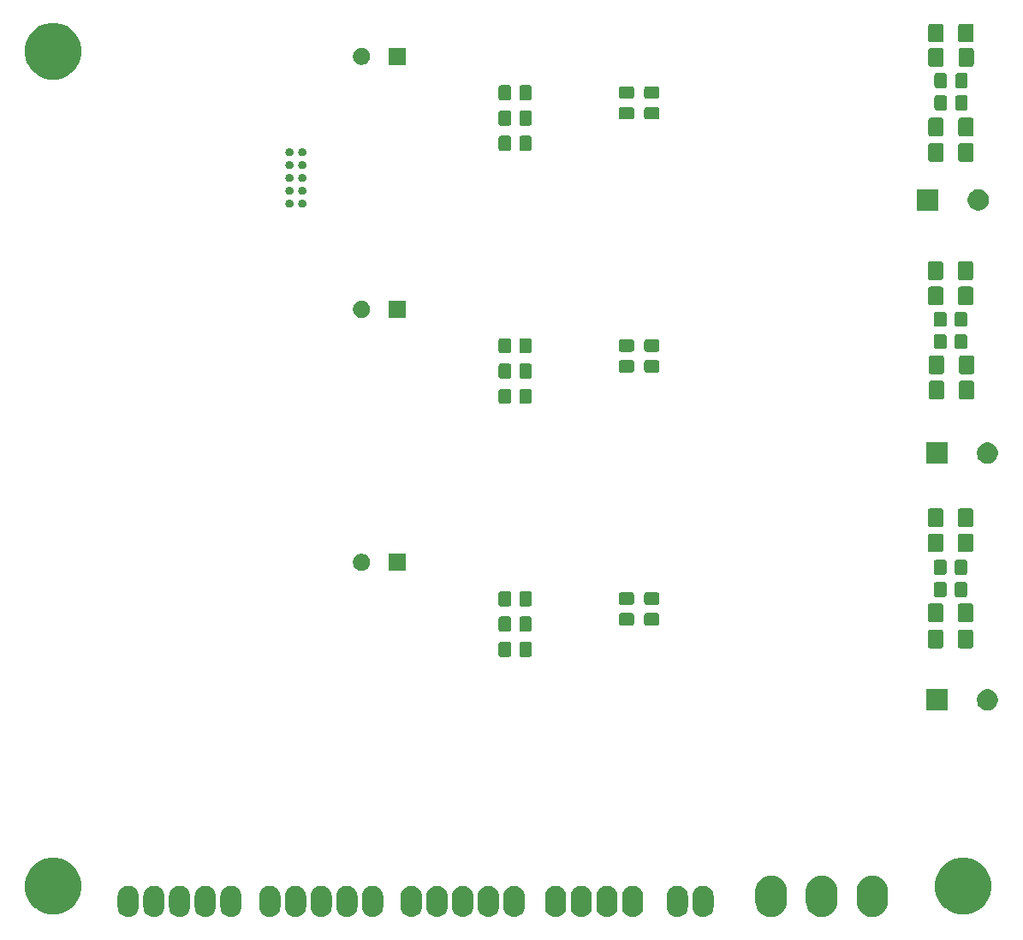
<source format=gbr>
G04 #@! TF.GenerationSoftware,KiCad,Pcbnew,5.0.2+dfsg1-1~bpo9+1*
G04 #@! TF.CreationDate,2020-01-12T11:13:13-05:00*
G04 #@! TF.ProjectId,SCARAMotorFeedbackController,53434152-414d-46f7-946f-724665656462,rev?*
G04 #@! TF.SameCoordinates,Original*
G04 #@! TF.FileFunction,Soldermask,Bot*
G04 #@! TF.FilePolarity,Negative*
%FSLAX46Y46*%
G04 Gerber Fmt 4.6, Leading zero omitted, Abs format (unit mm)*
G04 Created by KiCad (PCBNEW 5.0.2+dfsg1-1~bpo9+1) date Sun 12 Jan 2020 11:13:13 AM EST*
%MOMM*%
%LPD*%
G01*
G04 APERTURE LIST*
%ADD10C,0.100000*%
G04 APERTURE END LIST*
D10*
G36*
X86303853Y6027572D02*
X86596029Y5938941D01*
X86865300Y5795013D01*
X87101318Y5601318D01*
X87295013Y5365300D01*
X87438941Y5096029D01*
X87527572Y4803853D01*
X87550000Y4576138D01*
X87550000Y3423862D01*
X87527572Y3196147D01*
X87438941Y2903971D01*
X87295013Y2634700D01*
X87101318Y2398682D01*
X86865299Y2204987D01*
X86596028Y2061059D01*
X86303852Y1972428D01*
X86000000Y1942501D01*
X85696147Y1972428D01*
X85403971Y2061059D01*
X85134700Y2204987D01*
X84898682Y2398682D01*
X84704987Y2634701D01*
X84561059Y2903972D01*
X84472428Y3196148D01*
X84450000Y3423863D01*
X84450000Y4576138D01*
X84472428Y4803853D01*
X84561059Y5096029D01*
X84704987Y5365300D01*
X84898683Y5601318D01*
X85134701Y5795013D01*
X85403972Y5938941D01*
X85696148Y6027572D01*
X86000000Y6057499D01*
X86303853Y6027572D01*
X86303853Y6027572D01*
G37*
G36*
X81303853Y6027572D02*
X81596029Y5938941D01*
X81865300Y5795013D01*
X82101318Y5601318D01*
X82295013Y5365300D01*
X82438941Y5096029D01*
X82527572Y4803853D01*
X82550000Y4576138D01*
X82550000Y3423862D01*
X82527572Y3196147D01*
X82438941Y2903971D01*
X82295013Y2634700D01*
X82101318Y2398682D01*
X81865299Y2204987D01*
X81596028Y2061059D01*
X81303852Y1972428D01*
X81000000Y1942501D01*
X80696147Y1972428D01*
X80403971Y2061059D01*
X80134700Y2204987D01*
X79898682Y2398682D01*
X79704987Y2634701D01*
X79561059Y2903972D01*
X79472428Y3196148D01*
X79450000Y3423863D01*
X79450000Y4576138D01*
X79472428Y4803853D01*
X79561059Y5096029D01*
X79704987Y5365300D01*
X79898683Y5601318D01*
X80134701Y5795013D01*
X80403972Y5938941D01*
X80696148Y6027572D01*
X81000000Y6057499D01*
X81303853Y6027572D01*
X81303853Y6027572D01*
G37*
G36*
X76303853Y6027572D02*
X76596029Y5938941D01*
X76865300Y5795013D01*
X77101318Y5601318D01*
X77295013Y5365300D01*
X77438941Y5096029D01*
X77527572Y4803853D01*
X77550000Y4576138D01*
X77550000Y3423862D01*
X77527572Y3196147D01*
X77438941Y2903971D01*
X77295013Y2634700D01*
X77101318Y2398682D01*
X76865299Y2204987D01*
X76596028Y2061059D01*
X76303852Y1972428D01*
X76000000Y1942501D01*
X75696147Y1972428D01*
X75403971Y2061059D01*
X75134700Y2204987D01*
X74898682Y2398682D01*
X74704987Y2634701D01*
X74561059Y2903972D01*
X74472428Y3196148D01*
X74450000Y3423863D01*
X74450000Y4576138D01*
X74472428Y4803853D01*
X74561059Y5096029D01*
X74704987Y5365300D01*
X74898683Y5601318D01*
X75134701Y5795013D01*
X75403972Y5938941D01*
X75696148Y6027572D01*
X76000000Y6057499D01*
X76303853Y6027572D01*
X76303853Y6027572D01*
G37*
G36*
X48245836Y5034807D02*
X48443762Y4974767D01*
X48626171Y4877267D01*
X48786054Y4746054D01*
X48917267Y4586171D01*
X49014767Y4403762D01*
X49074807Y4205836D01*
X49090000Y4051578D01*
X49090000Y2948422D01*
X49074807Y2794164D01*
X49014767Y2596238D01*
X48917267Y2413829D01*
X48786054Y2253946D01*
X48626171Y2122733D01*
X48443761Y2025233D01*
X48245835Y1965193D01*
X48040000Y1944920D01*
X47834164Y1965193D01*
X47636238Y2025233D01*
X47453829Y2122733D01*
X47293946Y2253946D01*
X47162733Y2413829D01*
X47065233Y2596239D01*
X47005193Y2794165D01*
X46990000Y2948423D01*
X46990000Y4051578D01*
X47005194Y4205836D01*
X47005194Y4205840D01*
X47065232Y4403759D01*
X47110079Y4487662D01*
X47162734Y4586171D01*
X47293947Y4746054D01*
X47453830Y4877267D01*
X47636239Y4974767D01*
X47834165Y5034807D01*
X48040000Y5055080D01*
X48245836Y5034807D01*
X48245836Y5034807D01*
G37*
G36*
X69475836Y5034807D02*
X69673762Y4974767D01*
X69856171Y4877267D01*
X70016054Y4746054D01*
X70147267Y4586171D01*
X70244767Y4403762D01*
X70304807Y4205836D01*
X70320000Y4051578D01*
X70320000Y2948422D01*
X70304807Y2794164D01*
X70244767Y2596238D01*
X70147267Y2413829D01*
X70016054Y2253946D01*
X69856171Y2122733D01*
X69673761Y2025233D01*
X69475835Y1965193D01*
X69270000Y1944920D01*
X69064164Y1965193D01*
X68866238Y2025233D01*
X68683829Y2122733D01*
X68523946Y2253946D01*
X68392733Y2413829D01*
X68295233Y2596239D01*
X68235193Y2794165D01*
X68220000Y2948423D01*
X68220000Y4051578D01*
X68235194Y4205836D01*
X68235194Y4205840D01*
X68295232Y4403759D01*
X68340079Y4487662D01*
X68392734Y4586171D01*
X68523947Y4746054D01*
X68683830Y4877267D01*
X68866239Y4974767D01*
X69064165Y5034807D01*
X69270000Y5055080D01*
X69475836Y5034807D01*
X69475836Y5034807D01*
G37*
G36*
X54895836Y5034807D02*
X55093762Y4974767D01*
X55276171Y4877267D01*
X55436054Y4746054D01*
X55567267Y4586171D01*
X55664767Y4403762D01*
X55724807Y4205836D01*
X55740000Y4051578D01*
X55740000Y2948422D01*
X55724807Y2794164D01*
X55664767Y2596238D01*
X55567267Y2413829D01*
X55436054Y2253946D01*
X55276171Y2122733D01*
X55093761Y2025233D01*
X54895835Y1965193D01*
X54690000Y1944920D01*
X54484164Y1965193D01*
X54286238Y2025233D01*
X54103829Y2122733D01*
X53943946Y2253946D01*
X53812733Y2413829D01*
X53715233Y2596239D01*
X53655193Y2794165D01*
X53640000Y2948423D01*
X53640000Y4051578D01*
X53655194Y4205836D01*
X53655194Y4205840D01*
X53715232Y4403759D01*
X53760079Y4487662D01*
X53812734Y4586171D01*
X53943947Y4746054D01*
X54103830Y4877267D01*
X54286239Y4974767D01*
X54484165Y5034807D01*
X54690000Y5055080D01*
X54895836Y5034807D01*
X54895836Y5034807D01*
G37*
G36*
X57435836Y5034807D02*
X57633762Y4974767D01*
X57816171Y4877267D01*
X57976054Y4746054D01*
X58107267Y4586171D01*
X58204767Y4403762D01*
X58264807Y4205836D01*
X58280000Y4051578D01*
X58280000Y2948422D01*
X58264807Y2794164D01*
X58204767Y2596238D01*
X58107267Y2413829D01*
X57976054Y2253946D01*
X57816171Y2122733D01*
X57633761Y2025233D01*
X57435835Y1965193D01*
X57230000Y1944920D01*
X57024164Y1965193D01*
X56826238Y2025233D01*
X56643829Y2122733D01*
X56483946Y2253946D01*
X56352733Y2413829D01*
X56255233Y2596239D01*
X56195193Y2794165D01*
X56180000Y2948423D01*
X56180000Y4051578D01*
X56195194Y4205836D01*
X56195194Y4205840D01*
X56255232Y4403759D01*
X56300079Y4487662D01*
X56352734Y4586171D01*
X56483947Y4746054D01*
X56643830Y4877267D01*
X56826239Y4974767D01*
X57024165Y5034807D01*
X57230000Y5055080D01*
X57435836Y5034807D01*
X57435836Y5034807D01*
G37*
G36*
X59975836Y5034807D02*
X60173762Y4974767D01*
X60356171Y4877267D01*
X60516054Y4746054D01*
X60647267Y4586171D01*
X60744767Y4403762D01*
X60804807Y4205836D01*
X60820000Y4051578D01*
X60820000Y2948422D01*
X60804807Y2794164D01*
X60744767Y2596238D01*
X60647267Y2413829D01*
X60516054Y2253946D01*
X60356171Y2122733D01*
X60173761Y2025233D01*
X59975835Y1965193D01*
X59770000Y1944920D01*
X59564164Y1965193D01*
X59366238Y2025233D01*
X59183829Y2122733D01*
X59023946Y2253946D01*
X58892733Y2413829D01*
X58795233Y2596239D01*
X58735193Y2794165D01*
X58720000Y2948423D01*
X58720000Y4051578D01*
X58735194Y4205836D01*
X58735194Y4205840D01*
X58795232Y4403759D01*
X58840079Y4487662D01*
X58892734Y4586171D01*
X59023947Y4746054D01*
X59183830Y4877267D01*
X59366239Y4974767D01*
X59564165Y5034807D01*
X59770000Y5055080D01*
X59975836Y5034807D01*
X59975836Y5034807D01*
G37*
G36*
X62515836Y5034807D02*
X62713762Y4974767D01*
X62896171Y4877267D01*
X63056054Y4746054D01*
X63187267Y4586171D01*
X63284767Y4403762D01*
X63344807Y4205836D01*
X63360000Y4051578D01*
X63360000Y2948422D01*
X63344807Y2794164D01*
X63284767Y2596238D01*
X63187267Y2413829D01*
X63056054Y2253946D01*
X62896171Y2122733D01*
X62713761Y2025233D01*
X62515835Y1965193D01*
X62310000Y1944920D01*
X62104164Y1965193D01*
X61906238Y2025233D01*
X61723829Y2122733D01*
X61563946Y2253946D01*
X61432733Y2413829D01*
X61335233Y2596239D01*
X61275193Y2794165D01*
X61260000Y2948423D01*
X61260000Y4051578D01*
X61275194Y4205836D01*
X61275194Y4205840D01*
X61335232Y4403759D01*
X61380079Y4487662D01*
X61432734Y4586171D01*
X61563947Y4746054D01*
X61723830Y4877267D01*
X61906239Y4974767D01*
X62104165Y5034807D01*
X62310000Y5055080D01*
X62515836Y5034807D01*
X62515836Y5034807D01*
G37*
G36*
X40625836Y5034807D02*
X40823762Y4974767D01*
X41006171Y4877267D01*
X41166054Y4746054D01*
X41297267Y4586171D01*
X41394767Y4403762D01*
X41454807Y4205836D01*
X41470000Y4051578D01*
X41470000Y2948422D01*
X41454807Y2794164D01*
X41394767Y2596238D01*
X41297267Y2413829D01*
X41166054Y2253946D01*
X41006171Y2122733D01*
X40823761Y2025233D01*
X40625835Y1965193D01*
X40420000Y1944920D01*
X40214164Y1965193D01*
X40016238Y2025233D01*
X39833829Y2122733D01*
X39673946Y2253946D01*
X39542733Y2413829D01*
X39445233Y2596239D01*
X39385193Y2794165D01*
X39370000Y2948423D01*
X39370000Y4051578D01*
X39385194Y4205836D01*
X39385194Y4205840D01*
X39445232Y4403759D01*
X39490079Y4487662D01*
X39542734Y4586171D01*
X39673947Y4746054D01*
X39833830Y4877267D01*
X40016239Y4974767D01*
X40214165Y5034807D01*
X40420000Y5055080D01*
X40625836Y5034807D01*
X40625836Y5034807D01*
G37*
G36*
X43165836Y5034807D02*
X43363762Y4974767D01*
X43546171Y4877267D01*
X43706054Y4746054D01*
X43837267Y4586171D01*
X43934767Y4403762D01*
X43994807Y4205836D01*
X44010000Y4051578D01*
X44010000Y2948422D01*
X43994807Y2794164D01*
X43934767Y2596238D01*
X43837267Y2413829D01*
X43706054Y2253946D01*
X43546171Y2122733D01*
X43363761Y2025233D01*
X43165835Y1965193D01*
X42960000Y1944920D01*
X42754164Y1965193D01*
X42556238Y2025233D01*
X42373829Y2122733D01*
X42213946Y2253946D01*
X42082733Y2413829D01*
X41985233Y2596239D01*
X41925193Y2794165D01*
X41910000Y2948423D01*
X41910000Y4051578D01*
X41925194Y4205836D01*
X41925194Y4205840D01*
X41985232Y4403759D01*
X42030079Y4487662D01*
X42082734Y4586171D01*
X42213947Y4746054D01*
X42373830Y4877267D01*
X42556239Y4974767D01*
X42754165Y5034807D01*
X42960000Y5055080D01*
X43165836Y5034807D01*
X43165836Y5034807D01*
G37*
G36*
X45705836Y5034807D02*
X45903762Y4974767D01*
X46086171Y4877267D01*
X46246054Y4746054D01*
X46377267Y4586171D01*
X46474767Y4403762D01*
X46534807Y4205836D01*
X46550000Y4051578D01*
X46550000Y2948422D01*
X46534807Y2794164D01*
X46474767Y2596238D01*
X46377267Y2413829D01*
X46246054Y2253946D01*
X46086171Y2122733D01*
X45903761Y2025233D01*
X45705835Y1965193D01*
X45500000Y1944920D01*
X45294164Y1965193D01*
X45096238Y2025233D01*
X44913829Y2122733D01*
X44753946Y2253946D01*
X44622733Y2413829D01*
X44525233Y2596239D01*
X44465193Y2794165D01*
X44450000Y2948423D01*
X44450000Y4051578D01*
X44465194Y4205836D01*
X44465194Y4205840D01*
X44525232Y4403759D01*
X44570079Y4487662D01*
X44622734Y4586171D01*
X44753947Y4746054D01*
X44913830Y4877267D01*
X45096239Y4974767D01*
X45294165Y5034807D01*
X45500000Y5055080D01*
X45705836Y5034807D01*
X45705836Y5034807D01*
G37*
G36*
X50785836Y5034807D02*
X50983762Y4974767D01*
X51166171Y4877267D01*
X51326054Y4746054D01*
X51457267Y4586171D01*
X51554767Y4403762D01*
X51614807Y4205836D01*
X51630000Y4051578D01*
X51630000Y2948422D01*
X51614807Y2794164D01*
X51554767Y2596238D01*
X51457267Y2413829D01*
X51326054Y2253946D01*
X51166171Y2122733D01*
X50983761Y2025233D01*
X50785835Y1965193D01*
X50580000Y1944920D01*
X50374164Y1965193D01*
X50176238Y2025233D01*
X49993829Y2122733D01*
X49833946Y2253946D01*
X49702733Y2413829D01*
X49605233Y2596239D01*
X49545193Y2794165D01*
X49530000Y2948423D01*
X49530000Y4051578D01*
X49545194Y4205836D01*
X49545194Y4205840D01*
X49605232Y4403759D01*
X49650079Y4487662D01*
X49702734Y4586171D01*
X49833947Y4746054D01*
X49993830Y4877267D01*
X50176239Y4974767D01*
X50374165Y5034807D01*
X50580000Y5055080D01*
X50785836Y5034807D01*
X50785836Y5034807D01*
G37*
G36*
X66935836Y5034807D02*
X67133762Y4974767D01*
X67316171Y4877267D01*
X67476054Y4746054D01*
X67607267Y4586171D01*
X67704767Y4403762D01*
X67764807Y4205836D01*
X67780000Y4051578D01*
X67780000Y2948422D01*
X67764807Y2794164D01*
X67704767Y2596238D01*
X67607267Y2413829D01*
X67476054Y2253946D01*
X67316171Y2122733D01*
X67133761Y2025233D01*
X66935835Y1965193D01*
X66730000Y1944920D01*
X66524164Y1965193D01*
X66326238Y2025233D01*
X66143829Y2122733D01*
X65983946Y2253946D01*
X65852733Y2413829D01*
X65755233Y2596239D01*
X65695193Y2794165D01*
X65680000Y2948423D01*
X65680000Y4051578D01*
X65695194Y4205836D01*
X65695194Y4205840D01*
X65755232Y4403759D01*
X65800079Y4487662D01*
X65852734Y4586171D01*
X65983947Y4746054D01*
X66143830Y4877267D01*
X66326239Y4974767D01*
X66524165Y5034807D01*
X66730000Y5055080D01*
X66935836Y5034807D01*
X66935836Y5034807D01*
G37*
G36*
X20245836Y5034807D02*
X20443762Y4974767D01*
X20626171Y4877267D01*
X20786054Y4746054D01*
X20917267Y4586171D01*
X21014767Y4403762D01*
X21074807Y4205836D01*
X21090000Y4051578D01*
X21090000Y2948422D01*
X21074807Y2794164D01*
X21014767Y2596238D01*
X20917267Y2413829D01*
X20786054Y2253946D01*
X20626171Y2122733D01*
X20443761Y2025233D01*
X20245835Y1965193D01*
X20040000Y1944920D01*
X19834164Y1965193D01*
X19636238Y2025233D01*
X19453829Y2122733D01*
X19293946Y2253946D01*
X19162733Y2413829D01*
X19065233Y2596239D01*
X19005193Y2794165D01*
X18990000Y2948423D01*
X18990000Y4051578D01*
X19005194Y4205836D01*
X19005194Y4205840D01*
X19065232Y4403759D01*
X19110079Y4487662D01*
X19162734Y4586171D01*
X19293947Y4746054D01*
X19453830Y4877267D01*
X19636239Y4974767D01*
X19834165Y5034807D01*
X20040000Y5055080D01*
X20245836Y5034807D01*
X20245836Y5034807D01*
G37*
G36*
X17705836Y5034807D02*
X17903762Y4974767D01*
X18086171Y4877267D01*
X18246054Y4746054D01*
X18377267Y4586171D01*
X18474767Y4403762D01*
X18534807Y4205836D01*
X18550000Y4051578D01*
X18550000Y2948422D01*
X18534807Y2794164D01*
X18474767Y2596238D01*
X18377267Y2413829D01*
X18246054Y2253946D01*
X18086171Y2122733D01*
X17903761Y2025233D01*
X17705835Y1965193D01*
X17500000Y1944920D01*
X17294164Y1965193D01*
X17096238Y2025233D01*
X16913829Y2122733D01*
X16753946Y2253946D01*
X16622733Y2413829D01*
X16525233Y2596239D01*
X16465193Y2794165D01*
X16450000Y2948423D01*
X16450000Y4051578D01*
X16465194Y4205836D01*
X16465194Y4205840D01*
X16525232Y4403759D01*
X16570079Y4487662D01*
X16622734Y4586171D01*
X16753947Y4746054D01*
X16913830Y4877267D01*
X17096239Y4974767D01*
X17294165Y5034807D01*
X17500000Y5055080D01*
X17705836Y5034807D01*
X17705836Y5034807D01*
G37*
G36*
X15165836Y5034807D02*
X15363762Y4974767D01*
X15546171Y4877267D01*
X15706054Y4746054D01*
X15837267Y4586171D01*
X15934767Y4403762D01*
X15994807Y4205836D01*
X16010000Y4051578D01*
X16010000Y2948422D01*
X15994807Y2794164D01*
X15934767Y2596238D01*
X15837267Y2413829D01*
X15706054Y2253946D01*
X15546171Y2122733D01*
X15363761Y2025233D01*
X15165835Y1965193D01*
X14960000Y1944920D01*
X14754164Y1965193D01*
X14556238Y2025233D01*
X14373829Y2122733D01*
X14213946Y2253946D01*
X14082733Y2413829D01*
X13985233Y2596239D01*
X13925193Y2794165D01*
X13910000Y2948423D01*
X13910000Y4051578D01*
X13925194Y4205836D01*
X13925194Y4205840D01*
X13985232Y4403759D01*
X14030079Y4487662D01*
X14082734Y4586171D01*
X14213947Y4746054D01*
X14373830Y4877267D01*
X14556239Y4974767D01*
X14754165Y5034807D01*
X14960000Y5055080D01*
X15165836Y5034807D01*
X15165836Y5034807D01*
G37*
G36*
X12625836Y5034807D02*
X12823762Y4974767D01*
X13006171Y4877267D01*
X13166054Y4746054D01*
X13297267Y4586171D01*
X13394767Y4403762D01*
X13454807Y4205836D01*
X13470000Y4051578D01*
X13470000Y2948422D01*
X13454807Y2794164D01*
X13394767Y2596238D01*
X13297267Y2413829D01*
X13166054Y2253946D01*
X13006171Y2122733D01*
X12823761Y2025233D01*
X12625835Y1965193D01*
X12420000Y1944920D01*
X12214164Y1965193D01*
X12016238Y2025233D01*
X11833829Y2122733D01*
X11673946Y2253946D01*
X11542733Y2413829D01*
X11445233Y2596239D01*
X11385193Y2794165D01*
X11370000Y2948423D01*
X11370000Y4051578D01*
X11385194Y4205836D01*
X11385194Y4205840D01*
X11445232Y4403759D01*
X11490079Y4487662D01*
X11542734Y4586171D01*
X11673947Y4746054D01*
X11833830Y4877267D01*
X12016239Y4974767D01*
X12214165Y5034807D01*
X12420000Y5055080D01*
X12625836Y5034807D01*
X12625836Y5034807D01*
G37*
G36*
X26625836Y5034807D02*
X26823762Y4974767D01*
X27006171Y4877267D01*
X27166054Y4746054D01*
X27297267Y4586171D01*
X27394767Y4403762D01*
X27454807Y4205836D01*
X27470000Y4051578D01*
X27470000Y2948422D01*
X27454807Y2794164D01*
X27394767Y2596238D01*
X27297267Y2413829D01*
X27166054Y2253946D01*
X27006171Y2122733D01*
X26823761Y2025233D01*
X26625835Y1965193D01*
X26420000Y1944920D01*
X26214164Y1965193D01*
X26016238Y2025233D01*
X25833829Y2122733D01*
X25673946Y2253946D01*
X25542733Y2413829D01*
X25445233Y2596239D01*
X25385193Y2794165D01*
X25370000Y2948423D01*
X25370000Y4051578D01*
X25385194Y4205836D01*
X25385194Y4205840D01*
X25445232Y4403759D01*
X25490079Y4487662D01*
X25542734Y4586171D01*
X25673947Y4746054D01*
X25833830Y4877267D01*
X26016239Y4974767D01*
X26214165Y5034807D01*
X26420000Y5055080D01*
X26625836Y5034807D01*
X26625836Y5034807D01*
G37*
G36*
X29165836Y5034807D02*
X29363762Y4974767D01*
X29546171Y4877267D01*
X29706054Y4746054D01*
X29837267Y4586171D01*
X29934767Y4403762D01*
X29994807Y4205836D01*
X30010000Y4051578D01*
X30010000Y2948422D01*
X29994807Y2794164D01*
X29934767Y2596238D01*
X29837267Y2413829D01*
X29706054Y2253946D01*
X29546171Y2122733D01*
X29363761Y2025233D01*
X29165835Y1965193D01*
X28960000Y1944920D01*
X28754164Y1965193D01*
X28556238Y2025233D01*
X28373829Y2122733D01*
X28213946Y2253946D01*
X28082733Y2413829D01*
X27985233Y2596239D01*
X27925193Y2794165D01*
X27910000Y2948423D01*
X27910000Y4051578D01*
X27925194Y4205836D01*
X27925194Y4205840D01*
X27985232Y4403759D01*
X28030079Y4487662D01*
X28082734Y4586171D01*
X28213947Y4746054D01*
X28373830Y4877267D01*
X28556239Y4974767D01*
X28754165Y5034807D01*
X28960000Y5055080D01*
X29165836Y5034807D01*
X29165836Y5034807D01*
G37*
G36*
X31705836Y5034807D02*
X31903762Y4974767D01*
X32086171Y4877267D01*
X32246054Y4746054D01*
X32377267Y4586171D01*
X32474767Y4403762D01*
X32534807Y4205836D01*
X32550000Y4051578D01*
X32550000Y2948422D01*
X32534807Y2794164D01*
X32474767Y2596238D01*
X32377267Y2413829D01*
X32246054Y2253946D01*
X32086171Y2122733D01*
X31903761Y2025233D01*
X31705835Y1965193D01*
X31500000Y1944920D01*
X31294164Y1965193D01*
X31096238Y2025233D01*
X30913829Y2122733D01*
X30753946Y2253946D01*
X30622733Y2413829D01*
X30525233Y2596239D01*
X30465193Y2794165D01*
X30450000Y2948423D01*
X30450000Y4051578D01*
X30465194Y4205836D01*
X30465194Y4205840D01*
X30525232Y4403759D01*
X30570079Y4487662D01*
X30622734Y4586171D01*
X30753947Y4746054D01*
X30913830Y4877267D01*
X31096239Y4974767D01*
X31294165Y5034807D01*
X31500000Y5055080D01*
X31705836Y5034807D01*
X31705836Y5034807D01*
G37*
G36*
X34245836Y5034807D02*
X34443762Y4974767D01*
X34626171Y4877267D01*
X34786054Y4746054D01*
X34917267Y4586171D01*
X35014767Y4403762D01*
X35074807Y4205836D01*
X35090000Y4051578D01*
X35090000Y2948422D01*
X35074807Y2794164D01*
X35014767Y2596238D01*
X34917267Y2413829D01*
X34786054Y2253946D01*
X34626171Y2122733D01*
X34443761Y2025233D01*
X34245835Y1965193D01*
X34040000Y1944920D01*
X33834164Y1965193D01*
X33636238Y2025233D01*
X33453829Y2122733D01*
X33293946Y2253946D01*
X33162733Y2413829D01*
X33065233Y2596239D01*
X33005193Y2794165D01*
X32990000Y2948423D01*
X32990000Y4051578D01*
X33005194Y4205836D01*
X33005194Y4205840D01*
X33065232Y4403759D01*
X33110079Y4487662D01*
X33162734Y4586171D01*
X33293947Y4746054D01*
X33453830Y4877267D01*
X33636239Y4974767D01*
X33834165Y5034807D01*
X34040000Y5055080D01*
X34245836Y5034807D01*
X34245836Y5034807D01*
G37*
G36*
X22785836Y5034807D02*
X22983762Y4974767D01*
X23166171Y4877267D01*
X23326054Y4746054D01*
X23457267Y4586171D01*
X23554767Y4403762D01*
X23614807Y4205836D01*
X23630000Y4051578D01*
X23630000Y2948422D01*
X23614807Y2794164D01*
X23554767Y2596238D01*
X23457267Y2413829D01*
X23326054Y2253946D01*
X23166171Y2122733D01*
X22983761Y2025233D01*
X22785835Y1965193D01*
X22580000Y1944920D01*
X22374164Y1965193D01*
X22176238Y2025233D01*
X21993829Y2122733D01*
X21833946Y2253946D01*
X21702733Y2413829D01*
X21605233Y2596239D01*
X21545193Y2794165D01*
X21530000Y2948423D01*
X21530000Y4051578D01*
X21545194Y4205836D01*
X21545194Y4205840D01*
X21605232Y4403759D01*
X21650079Y4487662D01*
X21702734Y4586171D01*
X21833947Y4746054D01*
X21993830Y4877267D01*
X22176239Y4974767D01*
X22374165Y5034807D01*
X22580000Y5055080D01*
X22785836Y5034807D01*
X22785836Y5034807D01*
G37*
G36*
X36785836Y5034807D02*
X36983762Y4974767D01*
X37166171Y4877267D01*
X37326054Y4746054D01*
X37457267Y4586171D01*
X37554767Y4403762D01*
X37614807Y4205836D01*
X37630000Y4051578D01*
X37630000Y2948422D01*
X37614807Y2794164D01*
X37554767Y2596238D01*
X37457267Y2413829D01*
X37326054Y2253946D01*
X37166171Y2122733D01*
X36983761Y2025233D01*
X36785835Y1965193D01*
X36580000Y1944920D01*
X36374164Y1965193D01*
X36176238Y2025233D01*
X35993829Y2122733D01*
X35833946Y2253946D01*
X35702733Y2413829D01*
X35605233Y2596239D01*
X35545193Y2794165D01*
X35530000Y2948423D01*
X35530000Y4051578D01*
X35545194Y4205836D01*
X35545194Y4205840D01*
X35605232Y4403759D01*
X35650079Y4487662D01*
X35702734Y4586171D01*
X35833947Y4746054D01*
X35993830Y4877267D01*
X36176239Y4974767D01*
X36374165Y5034807D01*
X36580000Y5055080D01*
X36785836Y5034807D01*
X36785836Y5034807D01*
G37*
G36*
X95816730Y7692398D02*
X96326297Y7481328D01*
X96784896Y7174902D01*
X97174902Y6784896D01*
X97481328Y6326297D01*
X97692398Y5816730D01*
X97800000Y5275776D01*
X97800000Y4724224D01*
X97692398Y4183270D01*
X97481328Y3673703D01*
X97174903Y3215105D01*
X96784895Y2825097D01*
X96738600Y2794164D01*
X96326297Y2518672D01*
X95816730Y2307602D01*
X95275776Y2200000D01*
X94724224Y2200000D01*
X94183270Y2307602D01*
X93673703Y2518672D01*
X93261400Y2794164D01*
X93215105Y2825097D01*
X92825097Y3215105D01*
X92518672Y3673703D01*
X92307602Y4183270D01*
X92200000Y4724224D01*
X92200000Y5275776D01*
X92307602Y5816730D01*
X92518672Y6326297D01*
X92825098Y6784896D01*
X93215104Y7174902D01*
X93673703Y7481328D01*
X94183270Y7692398D01*
X94724224Y7800000D01*
X95275776Y7800000D01*
X95816730Y7692398D01*
X95816730Y7692398D01*
G37*
G36*
X5816730Y7692398D02*
X6326297Y7481328D01*
X6784896Y7174902D01*
X7174902Y6784896D01*
X7481328Y6326297D01*
X7692398Y5816730D01*
X7800000Y5275776D01*
X7800000Y4724224D01*
X7692398Y4183270D01*
X7481328Y3673703D01*
X7174903Y3215105D01*
X6784895Y2825097D01*
X6738600Y2794164D01*
X6326297Y2518672D01*
X5816730Y2307602D01*
X5275776Y2200000D01*
X4724224Y2200000D01*
X4183270Y2307602D01*
X3673703Y2518672D01*
X3261400Y2794164D01*
X3215105Y2825097D01*
X2825097Y3215105D01*
X2518672Y3673703D01*
X2307602Y4183270D01*
X2200000Y4724224D01*
X2200000Y5275776D01*
X2307602Y5816730D01*
X2518672Y6326297D01*
X2825098Y6784896D01*
X3215104Y7174902D01*
X3673703Y7481328D01*
X4183270Y7692398D01*
X4724224Y7800000D01*
X5275776Y7800000D01*
X5816730Y7692398D01*
X5816730Y7692398D01*
G37*
G36*
X93450000Y22350000D02*
X91350000Y22350000D01*
X91350000Y24450000D01*
X93450000Y24450000D01*
X93450000Y22350000D01*
X93450000Y22350000D01*
G37*
G36*
X97706274Y24409650D02*
X97897362Y24330498D01*
X98069336Y24215589D01*
X98215589Y24069336D01*
X98330498Y23897362D01*
X98409650Y23706274D01*
X98450000Y23503416D01*
X98450000Y23296584D01*
X98409650Y23093726D01*
X98330498Y22902638D01*
X98215589Y22730664D01*
X98069336Y22584411D01*
X97897362Y22469502D01*
X97706274Y22390350D01*
X97503416Y22350000D01*
X97296584Y22350000D01*
X97093726Y22390350D01*
X96902638Y22469502D01*
X96730664Y22584411D01*
X96584411Y22730664D01*
X96469502Y22902638D01*
X96390350Y23093726D01*
X96350000Y23296584D01*
X96350000Y23503416D01*
X96390350Y23706274D01*
X96469502Y23897362D01*
X96584411Y24069336D01*
X96730664Y24215589D01*
X96902638Y24330498D01*
X97093726Y24409650D01*
X97296584Y24450000D01*
X97503416Y24450000D01*
X97706274Y24409650D01*
X97706274Y24409650D01*
G37*
G36*
X52142629Y29144931D02*
X52190925Y29130281D01*
X52235445Y29106484D01*
X52274463Y29074463D01*
X52306484Y29035445D01*
X52330281Y28990925D01*
X52344931Y28942629D01*
X52350000Y28891160D01*
X52350000Y27908840D01*
X52344931Y27857371D01*
X52330281Y27809075D01*
X52306484Y27764555D01*
X52274463Y27725537D01*
X52235445Y27693516D01*
X52190925Y27669719D01*
X52142629Y27655069D01*
X52091160Y27650000D01*
X51358840Y27650000D01*
X51307371Y27655069D01*
X51259075Y27669719D01*
X51214555Y27693516D01*
X51175537Y27725537D01*
X51143516Y27764555D01*
X51119719Y27809075D01*
X51105069Y27857371D01*
X51100000Y27908840D01*
X51100000Y28891160D01*
X51105069Y28942629D01*
X51119719Y28990925D01*
X51143516Y29035445D01*
X51175537Y29074463D01*
X51214555Y29106484D01*
X51259075Y29130281D01*
X51307371Y29144931D01*
X51358840Y29150000D01*
X52091160Y29150000D01*
X52142629Y29144931D01*
X52142629Y29144931D01*
G37*
G36*
X50092629Y29144931D02*
X50140925Y29130281D01*
X50185445Y29106484D01*
X50224463Y29074463D01*
X50256484Y29035445D01*
X50280281Y28990925D01*
X50294931Y28942629D01*
X50300000Y28891160D01*
X50300000Y27908840D01*
X50294931Y27857371D01*
X50280281Y27809075D01*
X50256484Y27764555D01*
X50224463Y27725537D01*
X50185445Y27693516D01*
X50140925Y27669719D01*
X50092629Y27655069D01*
X50041160Y27650000D01*
X49308840Y27650000D01*
X49257371Y27655069D01*
X49209075Y27669719D01*
X49164555Y27693516D01*
X49125537Y27725537D01*
X49093516Y27764555D01*
X49069719Y27809075D01*
X49055069Y27857371D01*
X49050000Y27908840D01*
X49050000Y28891160D01*
X49055069Y28942629D01*
X49069719Y28990925D01*
X49093516Y29035445D01*
X49125537Y29074463D01*
X49164555Y29106484D01*
X49209075Y29130281D01*
X49257371Y29144931D01*
X49308840Y29150000D01*
X50041160Y29150000D01*
X50092629Y29144931D01*
X50092629Y29144931D01*
G37*
G36*
X95802392Y30338896D02*
X95849516Y30324601D01*
X95892943Y30301388D01*
X95931008Y30270150D01*
X95962246Y30232085D01*
X95985459Y30188658D01*
X95999754Y30141534D01*
X96004702Y30091296D01*
X96004702Y28746392D01*
X95999754Y28696154D01*
X95985459Y28649030D01*
X95962246Y28605603D01*
X95931008Y28567538D01*
X95892943Y28536300D01*
X95849516Y28513087D01*
X95802392Y28498792D01*
X95752154Y28493844D01*
X94732250Y28493844D01*
X94682012Y28498792D01*
X94634888Y28513087D01*
X94591461Y28536300D01*
X94553396Y28567538D01*
X94522158Y28605603D01*
X94498945Y28649030D01*
X94484650Y28696154D01*
X94479702Y28746392D01*
X94479702Y30091296D01*
X94484650Y30141534D01*
X94498945Y30188658D01*
X94522158Y30232085D01*
X94553396Y30270150D01*
X94591461Y30301388D01*
X94634888Y30324601D01*
X94682012Y30338896D01*
X94732250Y30343844D01*
X95752154Y30343844D01*
X95802392Y30338896D01*
X95802392Y30338896D01*
G37*
G36*
X92827392Y30338896D02*
X92874516Y30324601D01*
X92917943Y30301388D01*
X92956008Y30270150D01*
X92987246Y30232085D01*
X93010459Y30188658D01*
X93024754Y30141534D01*
X93029702Y30091296D01*
X93029702Y28746392D01*
X93024754Y28696154D01*
X93010459Y28649030D01*
X92987246Y28605603D01*
X92956008Y28567538D01*
X92917943Y28536300D01*
X92874516Y28513087D01*
X92827392Y28498792D01*
X92777154Y28493844D01*
X91757250Y28493844D01*
X91707012Y28498792D01*
X91659888Y28513087D01*
X91616461Y28536300D01*
X91578396Y28567538D01*
X91547158Y28605603D01*
X91523945Y28649030D01*
X91509650Y28696154D01*
X91504702Y28746392D01*
X91504702Y30091296D01*
X91509650Y30141534D01*
X91523945Y30188658D01*
X91547158Y30232085D01*
X91578396Y30270150D01*
X91616461Y30301388D01*
X91659888Y30324601D01*
X91707012Y30338896D01*
X91757250Y30343844D01*
X92777154Y30343844D01*
X92827392Y30338896D01*
X92827392Y30338896D01*
G37*
G36*
X52142629Y31644931D02*
X52190925Y31630281D01*
X52235445Y31606484D01*
X52274463Y31574463D01*
X52306484Y31535445D01*
X52330281Y31490925D01*
X52344931Y31442629D01*
X52350000Y31391160D01*
X52350000Y30408840D01*
X52344931Y30357371D01*
X52330281Y30309075D01*
X52306484Y30264555D01*
X52274463Y30225537D01*
X52235445Y30193516D01*
X52190925Y30169719D01*
X52142629Y30155069D01*
X52091160Y30150000D01*
X51358840Y30150000D01*
X51307371Y30155069D01*
X51259075Y30169719D01*
X51214555Y30193516D01*
X51175537Y30225537D01*
X51143516Y30264555D01*
X51119719Y30309075D01*
X51105069Y30357371D01*
X51100000Y30408840D01*
X51100000Y31391160D01*
X51105069Y31442629D01*
X51119719Y31490925D01*
X51143516Y31535445D01*
X51175537Y31574463D01*
X51214555Y31606484D01*
X51259075Y31630281D01*
X51307371Y31644931D01*
X51358840Y31650000D01*
X52091160Y31650000D01*
X52142629Y31644931D01*
X52142629Y31644931D01*
G37*
G36*
X50092629Y31644931D02*
X50140925Y31630281D01*
X50185445Y31606484D01*
X50224463Y31574463D01*
X50256484Y31535445D01*
X50280281Y31490925D01*
X50294931Y31442629D01*
X50300000Y31391160D01*
X50300000Y30408840D01*
X50294931Y30357371D01*
X50280281Y30309075D01*
X50256484Y30264555D01*
X50224463Y30225537D01*
X50185445Y30193516D01*
X50140925Y30169719D01*
X50092629Y30155069D01*
X50041160Y30150000D01*
X49308840Y30150000D01*
X49257371Y30155069D01*
X49209075Y30169719D01*
X49164555Y30193516D01*
X49125537Y30225537D01*
X49093516Y30264555D01*
X49069719Y30309075D01*
X49055069Y30357371D01*
X49050000Y30408840D01*
X49050000Y31391160D01*
X49055069Y31442629D01*
X49069719Y31490925D01*
X49093516Y31535445D01*
X49125537Y31574463D01*
X49164555Y31606484D01*
X49209075Y31630281D01*
X49257371Y31644931D01*
X49308840Y31650000D01*
X50041160Y31650000D01*
X50092629Y31644931D01*
X50092629Y31644931D01*
G37*
G36*
X64742629Y31994931D02*
X64790925Y31980281D01*
X64835445Y31956484D01*
X64874463Y31924463D01*
X64906484Y31885445D01*
X64930281Y31840925D01*
X64944931Y31792629D01*
X64950000Y31741160D01*
X64950000Y31008840D01*
X64944931Y30957371D01*
X64930281Y30909075D01*
X64906484Y30864555D01*
X64874463Y30825537D01*
X64835445Y30793516D01*
X64790925Y30769719D01*
X64742629Y30755069D01*
X64691160Y30750000D01*
X63708840Y30750000D01*
X63657371Y30755069D01*
X63609075Y30769719D01*
X63564555Y30793516D01*
X63525537Y30825537D01*
X63493516Y30864555D01*
X63469719Y30909075D01*
X63455069Y30957371D01*
X63450000Y31008840D01*
X63450000Y31741160D01*
X63455069Y31792629D01*
X63469719Y31840925D01*
X63493516Y31885445D01*
X63525537Y31924463D01*
X63564555Y31956484D01*
X63609075Y31980281D01*
X63657371Y31994931D01*
X63708840Y32000000D01*
X64691160Y32000000D01*
X64742629Y31994931D01*
X64742629Y31994931D01*
G37*
G36*
X62242629Y31994931D02*
X62290925Y31980281D01*
X62335445Y31956484D01*
X62374463Y31924463D01*
X62406484Y31885445D01*
X62430281Y31840925D01*
X62444931Y31792629D01*
X62450000Y31741160D01*
X62450000Y31008840D01*
X62444931Y30957371D01*
X62430281Y30909075D01*
X62406484Y30864555D01*
X62374463Y30825537D01*
X62335445Y30793516D01*
X62290925Y30769719D01*
X62242629Y30755069D01*
X62191160Y30750000D01*
X61208840Y30750000D01*
X61157371Y30755069D01*
X61109075Y30769719D01*
X61064555Y30793516D01*
X61025537Y30825537D01*
X60993516Y30864555D01*
X60969719Y30909075D01*
X60955069Y30957371D01*
X60950000Y31008840D01*
X60950000Y31741160D01*
X60955069Y31792629D01*
X60969719Y31840925D01*
X60993516Y31885445D01*
X61025537Y31924463D01*
X61064555Y31956484D01*
X61109075Y31980281D01*
X61157371Y31994931D01*
X61208840Y32000000D01*
X62191160Y32000000D01*
X62242629Y31994931D01*
X62242629Y31994931D01*
G37*
G36*
X95802392Y32938896D02*
X95849516Y32924601D01*
X95892943Y32901388D01*
X95931008Y32870150D01*
X95962246Y32832085D01*
X95985459Y32788658D01*
X95999754Y32741534D01*
X96004702Y32691296D01*
X96004702Y31346392D01*
X95999754Y31296154D01*
X95985459Y31249030D01*
X95962246Y31205603D01*
X95931008Y31167538D01*
X95892943Y31136300D01*
X95849516Y31113087D01*
X95802392Y31098792D01*
X95752154Y31093844D01*
X94732250Y31093844D01*
X94682012Y31098792D01*
X94634888Y31113087D01*
X94591461Y31136300D01*
X94553396Y31167538D01*
X94522158Y31205603D01*
X94498945Y31249030D01*
X94484650Y31296154D01*
X94479702Y31346392D01*
X94479702Y32691296D01*
X94484650Y32741534D01*
X94498945Y32788658D01*
X94522158Y32832085D01*
X94553396Y32870150D01*
X94591461Y32901388D01*
X94634888Y32924601D01*
X94682012Y32938896D01*
X94732250Y32943844D01*
X95752154Y32943844D01*
X95802392Y32938896D01*
X95802392Y32938896D01*
G37*
G36*
X92827392Y32938896D02*
X92874516Y32924601D01*
X92917943Y32901388D01*
X92956008Y32870150D01*
X92987246Y32832085D01*
X93010459Y32788658D01*
X93024754Y32741534D01*
X93029702Y32691296D01*
X93029702Y31346392D01*
X93024754Y31296154D01*
X93010459Y31249030D01*
X92987246Y31205603D01*
X92956008Y31167538D01*
X92917943Y31136300D01*
X92874516Y31113087D01*
X92827392Y31098792D01*
X92777154Y31093844D01*
X91757250Y31093844D01*
X91707012Y31098792D01*
X91659888Y31113087D01*
X91616461Y31136300D01*
X91578396Y31167538D01*
X91547158Y31205603D01*
X91523945Y31249030D01*
X91509650Y31296154D01*
X91504702Y31346392D01*
X91504702Y32691296D01*
X91509650Y32741534D01*
X91523945Y32788658D01*
X91547158Y32832085D01*
X91578396Y32870150D01*
X91616461Y32901388D01*
X91659888Y32924601D01*
X91707012Y32938896D01*
X91757250Y32943844D01*
X92777154Y32943844D01*
X92827392Y32938896D01*
X92827392Y32938896D01*
G37*
G36*
X52142629Y34144931D02*
X52190925Y34130281D01*
X52235445Y34106484D01*
X52274463Y34074463D01*
X52306484Y34035445D01*
X52330281Y33990925D01*
X52344931Y33942629D01*
X52350000Y33891160D01*
X52350000Y32908840D01*
X52344931Y32857371D01*
X52330281Y32809075D01*
X52306484Y32764555D01*
X52274463Y32725537D01*
X52235445Y32693516D01*
X52190925Y32669719D01*
X52142629Y32655069D01*
X52091160Y32650000D01*
X51358840Y32650000D01*
X51307371Y32655069D01*
X51259075Y32669719D01*
X51214555Y32693516D01*
X51175537Y32725537D01*
X51143516Y32764555D01*
X51119719Y32809075D01*
X51105069Y32857371D01*
X51100000Y32908840D01*
X51100000Y33891160D01*
X51105069Y33942629D01*
X51119719Y33990925D01*
X51143516Y34035445D01*
X51175537Y34074463D01*
X51214555Y34106484D01*
X51259075Y34130281D01*
X51307371Y34144931D01*
X51358840Y34150000D01*
X52091160Y34150000D01*
X52142629Y34144931D01*
X52142629Y34144931D01*
G37*
G36*
X50092629Y34144931D02*
X50140925Y34130281D01*
X50185445Y34106484D01*
X50224463Y34074463D01*
X50256484Y34035445D01*
X50280281Y33990925D01*
X50294931Y33942629D01*
X50300000Y33891160D01*
X50300000Y32908840D01*
X50294931Y32857371D01*
X50280281Y32809075D01*
X50256484Y32764555D01*
X50224463Y32725537D01*
X50185445Y32693516D01*
X50140925Y32669719D01*
X50092629Y32655069D01*
X50041160Y32650000D01*
X49308840Y32650000D01*
X49257371Y32655069D01*
X49209075Y32669719D01*
X49164555Y32693516D01*
X49125537Y32725537D01*
X49093516Y32764555D01*
X49069719Y32809075D01*
X49055069Y32857371D01*
X49050000Y32908840D01*
X49050000Y33891160D01*
X49055069Y33942629D01*
X49069719Y33990925D01*
X49093516Y34035445D01*
X49125537Y34074463D01*
X49164555Y34106484D01*
X49209075Y34130281D01*
X49257371Y34144931D01*
X49308840Y34150000D01*
X50041160Y34150000D01*
X50092629Y34144931D01*
X50092629Y34144931D01*
G37*
G36*
X62242629Y34044931D02*
X62290925Y34030281D01*
X62335445Y34006484D01*
X62374463Y33974463D01*
X62406484Y33935445D01*
X62430281Y33890925D01*
X62444931Y33842629D01*
X62450000Y33791160D01*
X62450000Y33058840D01*
X62444931Y33007371D01*
X62430281Y32959075D01*
X62406484Y32914555D01*
X62374463Y32875537D01*
X62335445Y32843516D01*
X62290925Y32819719D01*
X62242629Y32805069D01*
X62191160Y32800000D01*
X61208840Y32800000D01*
X61157371Y32805069D01*
X61109075Y32819719D01*
X61064555Y32843516D01*
X61025537Y32875537D01*
X60993516Y32914555D01*
X60969719Y32959075D01*
X60955069Y33007371D01*
X60950000Y33058840D01*
X60950000Y33791160D01*
X60955069Y33842629D01*
X60969719Y33890925D01*
X60993516Y33935445D01*
X61025537Y33974463D01*
X61064555Y34006484D01*
X61109075Y34030281D01*
X61157371Y34044931D01*
X61208840Y34050000D01*
X62191160Y34050000D01*
X62242629Y34044931D01*
X62242629Y34044931D01*
G37*
G36*
X64742629Y34044931D02*
X64790925Y34030281D01*
X64835445Y34006484D01*
X64874463Y33974463D01*
X64906484Y33935445D01*
X64930281Y33890925D01*
X64944931Y33842629D01*
X64950000Y33791160D01*
X64950000Y33058840D01*
X64944931Y33007371D01*
X64930281Y32959075D01*
X64906484Y32914555D01*
X64874463Y32875537D01*
X64835445Y32843516D01*
X64790925Y32819719D01*
X64742629Y32805069D01*
X64691160Y32800000D01*
X63708840Y32800000D01*
X63657371Y32805069D01*
X63609075Y32819719D01*
X63564555Y32843516D01*
X63525537Y32875537D01*
X63493516Y32914555D01*
X63469719Y32959075D01*
X63455069Y33007371D01*
X63450000Y33058840D01*
X63450000Y33791160D01*
X63455069Y33842629D01*
X63469719Y33890925D01*
X63493516Y33935445D01*
X63525537Y33974463D01*
X63564555Y34006484D01*
X63609075Y34030281D01*
X63657371Y34044931D01*
X63708840Y34050000D01*
X64691160Y34050000D01*
X64742629Y34044931D01*
X64742629Y34044931D01*
G37*
G36*
X93147331Y35063775D02*
X93195627Y35049125D01*
X93240147Y35025328D01*
X93279165Y34993307D01*
X93311186Y34954289D01*
X93334983Y34909769D01*
X93349633Y34861473D01*
X93354702Y34810004D01*
X93354702Y33827684D01*
X93349633Y33776215D01*
X93334983Y33727919D01*
X93311186Y33683399D01*
X93279165Y33644381D01*
X93240147Y33612360D01*
X93195627Y33588563D01*
X93147331Y33573913D01*
X93095862Y33568844D01*
X92363542Y33568844D01*
X92312073Y33573913D01*
X92263777Y33588563D01*
X92219257Y33612360D01*
X92180239Y33644381D01*
X92148218Y33683399D01*
X92124421Y33727919D01*
X92109771Y33776215D01*
X92104702Y33827684D01*
X92104702Y34810004D01*
X92109771Y34861473D01*
X92124421Y34909769D01*
X92148218Y34954289D01*
X92180239Y34993307D01*
X92219257Y35025328D01*
X92263777Y35049125D01*
X92312073Y35063775D01*
X92363542Y35068844D01*
X93095862Y35068844D01*
X93147331Y35063775D01*
X93147331Y35063775D01*
G37*
G36*
X95197331Y35063775D02*
X95245627Y35049125D01*
X95290147Y35025328D01*
X95329165Y34993307D01*
X95361186Y34954289D01*
X95384983Y34909769D01*
X95399633Y34861473D01*
X95404702Y34810004D01*
X95404702Y33827684D01*
X95399633Y33776215D01*
X95384983Y33727919D01*
X95361186Y33683399D01*
X95329165Y33644381D01*
X95290147Y33612360D01*
X95245627Y33588563D01*
X95197331Y33573913D01*
X95145862Y33568844D01*
X94413542Y33568844D01*
X94362073Y33573913D01*
X94313777Y33588563D01*
X94269257Y33612360D01*
X94230239Y33644381D01*
X94198218Y33683399D01*
X94174421Y33727919D01*
X94159771Y33776215D01*
X94154702Y33827684D01*
X94154702Y34810004D01*
X94159771Y34861473D01*
X94174421Y34909769D01*
X94198218Y34954289D01*
X94230239Y34993307D01*
X94269257Y35025328D01*
X94313777Y35049125D01*
X94362073Y35063775D01*
X94413542Y35068844D01*
X95145862Y35068844D01*
X95197331Y35063775D01*
X95197331Y35063775D01*
G37*
G36*
X95197331Y37263775D02*
X95245627Y37249125D01*
X95290147Y37225328D01*
X95329165Y37193307D01*
X95361186Y37154289D01*
X95384983Y37109769D01*
X95399633Y37061473D01*
X95404702Y37010004D01*
X95404702Y36027684D01*
X95399633Y35976215D01*
X95384983Y35927919D01*
X95361186Y35883399D01*
X95329165Y35844381D01*
X95290147Y35812360D01*
X95245627Y35788563D01*
X95197331Y35773913D01*
X95145862Y35768844D01*
X94413542Y35768844D01*
X94362073Y35773913D01*
X94313777Y35788563D01*
X94269257Y35812360D01*
X94230239Y35844381D01*
X94198218Y35883399D01*
X94174421Y35927919D01*
X94159771Y35976215D01*
X94154702Y36027684D01*
X94154702Y37010004D01*
X94159771Y37061473D01*
X94174421Y37109769D01*
X94198218Y37154289D01*
X94230239Y37193307D01*
X94269257Y37225328D01*
X94313777Y37249125D01*
X94362073Y37263775D01*
X94413542Y37268844D01*
X95145862Y37268844D01*
X95197331Y37263775D01*
X95197331Y37263775D01*
G37*
G36*
X93147331Y37263775D02*
X93195627Y37249125D01*
X93240147Y37225328D01*
X93279165Y37193307D01*
X93311186Y37154289D01*
X93334983Y37109769D01*
X93349633Y37061473D01*
X93354702Y37010004D01*
X93354702Y36027684D01*
X93349633Y35976215D01*
X93334983Y35927919D01*
X93311186Y35883399D01*
X93279165Y35844381D01*
X93240147Y35812360D01*
X93195627Y35788563D01*
X93147331Y35773913D01*
X93095862Y35768844D01*
X92363542Y35768844D01*
X92312073Y35773913D01*
X92263777Y35788563D01*
X92219257Y35812360D01*
X92180239Y35844381D01*
X92148218Y35883399D01*
X92124421Y35927919D01*
X92109771Y35976215D01*
X92104702Y36027684D01*
X92104702Y37010004D01*
X92109771Y37061473D01*
X92124421Y37109769D01*
X92148218Y37154289D01*
X92180239Y37193307D01*
X92219257Y37225328D01*
X92263777Y37249125D01*
X92312073Y37263775D01*
X92363542Y37268844D01*
X93095862Y37268844D01*
X93147331Y37263775D01*
X93147331Y37263775D01*
G37*
G36*
X35747936Y37817335D02*
X35902626Y37753260D01*
X36041844Y37660238D01*
X36160238Y37541844D01*
X36253260Y37402626D01*
X36317335Y37247936D01*
X36350000Y37083718D01*
X36350000Y36916282D01*
X36317335Y36752064D01*
X36253260Y36597374D01*
X36160238Y36458156D01*
X36041844Y36339762D01*
X35902626Y36246740D01*
X35747936Y36182665D01*
X35583718Y36150000D01*
X35416282Y36150000D01*
X35252064Y36182665D01*
X35097374Y36246740D01*
X34958156Y36339762D01*
X34839762Y36458156D01*
X34746740Y36597374D01*
X34682665Y36752064D01*
X34650000Y36916282D01*
X34650000Y37083718D01*
X34682665Y37247936D01*
X34746740Y37402626D01*
X34839762Y37541844D01*
X34958156Y37660238D01*
X35097374Y37753260D01*
X35252064Y37817335D01*
X35416282Y37850000D01*
X35583718Y37850000D01*
X35747936Y37817335D01*
X35747936Y37817335D01*
G37*
G36*
X39850000Y36150000D02*
X38150000Y36150000D01*
X38150000Y37850000D01*
X39850000Y37850000D01*
X39850000Y36150000D01*
X39850000Y36150000D01*
G37*
G36*
X92827392Y39838896D02*
X92874516Y39824601D01*
X92917943Y39801388D01*
X92956008Y39770150D01*
X92987246Y39732085D01*
X93010459Y39688658D01*
X93024754Y39641534D01*
X93029702Y39591296D01*
X93029702Y38246392D01*
X93024754Y38196154D01*
X93010459Y38149030D01*
X92987246Y38105603D01*
X92956008Y38067538D01*
X92917943Y38036300D01*
X92874516Y38013087D01*
X92827392Y37998792D01*
X92777154Y37993844D01*
X91757250Y37993844D01*
X91707012Y37998792D01*
X91659888Y38013087D01*
X91616461Y38036300D01*
X91578396Y38067538D01*
X91547158Y38105603D01*
X91523945Y38149030D01*
X91509650Y38196154D01*
X91504702Y38246392D01*
X91504702Y39591296D01*
X91509650Y39641534D01*
X91523945Y39688658D01*
X91547158Y39732085D01*
X91578396Y39770150D01*
X91616461Y39801388D01*
X91659888Y39824601D01*
X91707012Y39838896D01*
X91757250Y39843844D01*
X92777154Y39843844D01*
X92827392Y39838896D01*
X92827392Y39838896D01*
G37*
G36*
X95802392Y39838896D02*
X95849516Y39824601D01*
X95892943Y39801388D01*
X95931008Y39770150D01*
X95962246Y39732085D01*
X95985459Y39688658D01*
X95999754Y39641534D01*
X96004702Y39591296D01*
X96004702Y38246392D01*
X95999754Y38196154D01*
X95985459Y38149030D01*
X95962246Y38105603D01*
X95931008Y38067538D01*
X95892943Y38036300D01*
X95849516Y38013087D01*
X95802392Y37998792D01*
X95752154Y37993844D01*
X94732250Y37993844D01*
X94682012Y37998792D01*
X94634888Y38013087D01*
X94591461Y38036300D01*
X94553396Y38067538D01*
X94522158Y38105603D01*
X94498945Y38149030D01*
X94484650Y38196154D01*
X94479702Y38246392D01*
X94479702Y39591296D01*
X94484650Y39641534D01*
X94498945Y39688658D01*
X94522158Y39732085D01*
X94553396Y39770150D01*
X94591461Y39801388D01*
X94634888Y39824601D01*
X94682012Y39838896D01*
X94732250Y39843844D01*
X95752154Y39843844D01*
X95802392Y39838896D01*
X95802392Y39838896D01*
G37*
G36*
X95802392Y42338896D02*
X95849516Y42324601D01*
X95892943Y42301388D01*
X95931008Y42270150D01*
X95962246Y42232085D01*
X95985459Y42188658D01*
X95999754Y42141534D01*
X96004702Y42091296D01*
X96004702Y40746392D01*
X95999754Y40696154D01*
X95985459Y40649030D01*
X95962246Y40605603D01*
X95931008Y40567538D01*
X95892943Y40536300D01*
X95849516Y40513087D01*
X95802392Y40498792D01*
X95752154Y40493844D01*
X94732250Y40493844D01*
X94682012Y40498792D01*
X94634888Y40513087D01*
X94591461Y40536300D01*
X94553396Y40567538D01*
X94522158Y40605603D01*
X94498945Y40649030D01*
X94484650Y40696154D01*
X94479702Y40746392D01*
X94479702Y42091296D01*
X94484650Y42141534D01*
X94498945Y42188658D01*
X94522158Y42232085D01*
X94553396Y42270150D01*
X94591461Y42301388D01*
X94634888Y42324601D01*
X94682012Y42338896D01*
X94732250Y42343844D01*
X95752154Y42343844D01*
X95802392Y42338896D01*
X95802392Y42338896D01*
G37*
G36*
X92827392Y42338896D02*
X92874516Y42324601D01*
X92917943Y42301388D01*
X92956008Y42270150D01*
X92987246Y42232085D01*
X93010459Y42188658D01*
X93024754Y42141534D01*
X93029702Y42091296D01*
X93029702Y40746392D01*
X93024754Y40696154D01*
X93010459Y40649030D01*
X92987246Y40605603D01*
X92956008Y40567538D01*
X92917943Y40536300D01*
X92874516Y40513087D01*
X92827392Y40498792D01*
X92777154Y40493844D01*
X91757250Y40493844D01*
X91707012Y40498792D01*
X91659888Y40513087D01*
X91616461Y40536300D01*
X91578396Y40567538D01*
X91547158Y40605603D01*
X91523945Y40649030D01*
X91509650Y40696154D01*
X91504702Y40746392D01*
X91504702Y42091296D01*
X91509650Y42141534D01*
X91523945Y42188658D01*
X91547158Y42232085D01*
X91578396Y42270150D01*
X91616461Y42301388D01*
X91659888Y42324601D01*
X91707012Y42338896D01*
X91757250Y42343844D01*
X92777154Y42343844D01*
X92827392Y42338896D01*
X92827392Y42338896D01*
G37*
G36*
X93450000Y46750000D02*
X91350000Y46750000D01*
X91350000Y48850000D01*
X93450000Y48850000D01*
X93450000Y46750000D01*
X93450000Y46750000D01*
G37*
G36*
X97706274Y48809650D02*
X97897362Y48730498D01*
X98069336Y48615589D01*
X98215589Y48469336D01*
X98330498Y48297362D01*
X98409650Y48106274D01*
X98450000Y47903416D01*
X98450000Y47696584D01*
X98409650Y47493726D01*
X98330498Y47302638D01*
X98215589Y47130664D01*
X98069336Y46984411D01*
X97897362Y46869502D01*
X97706274Y46790350D01*
X97503416Y46750000D01*
X97296584Y46750000D01*
X97093726Y46790350D01*
X96902638Y46869502D01*
X96730664Y46984411D01*
X96584411Y47130664D01*
X96469502Y47302638D01*
X96390350Y47493726D01*
X96350000Y47696584D01*
X96350000Y47903416D01*
X96390350Y48106274D01*
X96469502Y48297362D01*
X96584411Y48469336D01*
X96730664Y48615589D01*
X96902638Y48730498D01*
X97093726Y48809650D01*
X97296584Y48850000D01*
X97503416Y48850000D01*
X97706274Y48809650D01*
X97706274Y48809650D01*
G37*
G36*
X50092629Y54144931D02*
X50140925Y54130281D01*
X50185445Y54106484D01*
X50224463Y54074463D01*
X50256484Y54035445D01*
X50280281Y53990925D01*
X50294931Y53942629D01*
X50300000Y53891160D01*
X50300000Y52908840D01*
X50294931Y52857371D01*
X50280281Y52809075D01*
X50256484Y52764555D01*
X50224463Y52725537D01*
X50185445Y52693516D01*
X50140925Y52669719D01*
X50092629Y52655069D01*
X50041160Y52650000D01*
X49308840Y52650000D01*
X49257371Y52655069D01*
X49209075Y52669719D01*
X49164555Y52693516D01*
X49125537Y52725537D01*
X49093516Y52764555D01*
X49069719Y52809075D01*
X49055069Y52857371D01*
X49050000Y52908840D01*
X49050000Y53891160D01*
X49055069Y53942629D01*
X49069719Y53990925D01*
X49093516Y54035445D01*
X49125537Y54074463D01*
X49164555Y54106484D01*
X49209075Y54130281D01*
X49257371Y54144931D01*
X49308840Y54150000D01*
X50041160Y54150000D01*
X50092629Y54144931D01*
X50092629Y54144931D01*
G37*
G36*
X52142629Y54144931D02*
X52190925Y54130281D01*
X52235445Y54106484D01*
X52274463Y54074463D01*
X52306484Y54035445D01*
X52330281Y53990925D01*
X52344931Y53942629D01*
X52350000Y53891160D01*
X52350000Y52908840D01*
X52344931Y52857371D01*
X52330281Y52809075D01*
X52306484Y52764555D01*
X52274463Y52725537D01*
X52235445Y52693516D01*
X52190925Y52669719D01*
X52142629Y52655069D01*
X52091160Y52650000D01*
X51358840Y52650000D01*
X51307371Y52655069D01*
X51259075Y52669719D01*
X51214555Y52693516D01*
X51175537Y52725537D01*
X51143516Y52764555D01*
X51119719Y52809075D01*
X51105069Y52857371D01*
X51100000Y52908840D01*
X51100000Y53891160D01*
X51105069Y53942629D01*
X51119719Y53990925D01*
X51143516Y54035445D01*
X51175537Y54074463D01*
X51214555Y54106484D01*
X51259075Y54130281D01*
X51307371Y54144931D01*
X51358840Y54150000D01*
X52091160Y54150000D01*
X52142629Y54144931D01*
X52142629Y54144931D01*
G37*
G36*
X92920565Y54937735D02*
X92967689Y54923440D01*
X93011116Y54900227D01*
X93049181Y54868989D01*
X93080419Y54830924D01*
X93103632Y54787497D01*
X93117927Y54740373D01*
X93122875Y54690135D01*
X93122875Y53345231D01*
X93117927Y53294993D01*
X93103632Y53247869D01*
X93080419Y53204442D01*
X93049181Y53166377D01*
X93011116Y53135139D01*
X92967689Y53111926D01*
X92920565Y53097631D01*
X92870327Y53092683D01*
X91850423Y53092683D01*
X91800185Y53097631D01*
X91753061Y53111926D01*
X91709634Y53135139D01*
X91671569Y53166377D01*
X91640331Y53204442D01*
X91617118Y53247869D01*
X91602823Y53294993D01*
X91597875Y53345231D01*
X91597875Y54690135D01*
X91602823Y54740373D01*
X91617118Y54787497D01*
X91640331Y54830924D01*
X91671569Y54868989D01*
X91709634Y54900227D01*
X91753061Y54923440D01*
X91800185Y54937735D01*
X91850423Y54942683D01*
X92870327Y54942683D01*
X92920565Y54937735D01*
X92920565Y54937735D01*
G37*
G36*
X95895565Y54937735D02*
X95942689Y54923440D01*
X95986116Y54900227D01*
X96024181Y54868989D01*
X96055419Y54830924D01*
X96078632Y54787497D01*
X96092927Y54740373D01*
X96097875Y54690135D01*
X96097875Y53345231D01*
X96092927Y53294993D01*
X96078632Y53247869D01*
X96055419Y53204442D01*
X96024181Y53166377D01*
X95986116Y53135139D01*
X95942689Y53111926D01*
X95895565Y53097631D01*
X95845327Y53092683D01*
X94825423Y53092683D01*
X94775185Y53097631D01*
X94728061Y53111926D01*
X94684634Y53135139D01*
X94646569Y53166377D01*
X94615331Y53204442D01*
X94592118Y53247869D01*
X94577823Y53294993D01*
X94572875Y53345231D01*
X94572875Y54690135D01*
X94577823Y54740373D01*
X94592118Y54787497D01*
X94615331Y54830924D01*
X94646569Y54868989D01*
X94684634Y54900227D01*
X94728061Y54923440D01*
X94775185Y54937735D01*
X94825423Y54942683D01*
X95845327Y54942683D01*
X95895565Y54937735D01*
X95895565Y54937735D01*
G37*
G36*
X50092629Y56644931D02*
X50140925Y56630281D01*
X50185445Y56606484D01*
X50224463Y56574463D01*
X50256484Y56535445D01*
X50280281Y56490925D01*
X50294931Y56442629D01*
X50300000Y56391160D01*
X50300000Y55408840D01*
X50294931Y55357371D01*
X50280281Y55309075D01*
X50256484Y55264555D01*
X50224463Y55225537D01*
X50185445Y55193516D01*
X50140925Y55169719D01*
X50092629Y55155069D01*
X50041160Y55150000D01*
X49308840Y55150000D01*
X49257371Y55155069D01*
X49209075Y55169719D01*
X49164555Y55193516D01*
X49125537Y55225537D01*
X49093516Y55264555D01*
X49069719Y55309075D01*
X49055069Y55357371D01*
X49050000Y55408840D01*
X49050000Y56391160D01*
X49055069Y56442629D01*
X49069719Y56490925D01*
X49093516Y56535445D01*
X49125537Y56574463D01*
X49164555Y56606484D01*
X49209075Y56630281D01*
X49257371Y56644931D01*
X49308840Y56650000D01*
X50041160Y56650000D01*
X50092629Y56644931D01*
X50092629Y56644931D01*
G37*
G36*
X52142629Y56644931D02*
X52190925Y56630281D01*
X52235445Y56606484D01*
X52274463Y56574463D01*
X52306484Y56535445D01*
X52330281Y56490925D01*
X52344931Y56442629D01*
X52350000Y56391160D01*
X52350000Y55408840D01*
X52344931Y55357371D01*
X52330281Y55309075D01*
X52306484Y55264555D01*
X52274463Y55225537D01*
X52235445Y55193516D01*
X52190925Y55169719D01*
X52142629Y55155069D01*
X52091160Y55150000D01*
X51358840Y55150000D01*
X51307371Y55155069D01*
X51259075Y55169719D01*
X51214555Y55193516D01*
X51175537Y55225537D01*
X51143516Y55264555D01*
X51119719Y55309075D01*
X51105069Y55357371D01*
X51100000Y55408840D01*
X51100000Y56391160D01*
X51105069Y56442629D01*
X51119719Y56490925D01*
X51143516Y56535445D01*
X51175537Y56574463D01*
X51214555Y56606484D01*
X51259075Y56630281D01*
X51307371Y56644931D01*
X51358840Y56650000D01*
X52091160Y56650000D01*
X52142629Y56644931D01*
X52142629Y56644931D01*
G37*
G36*
X92920565Y57437735D02*
X92967689Y57423440D01*
X93011116Y57400227D01*
X93049181Y57368989D01*
X93080419Y57330924D01*
X93103632Y57287497D01*
X93117927Y57240373D01*
X93122875Y57190135D01*
X93122875Y55845231D01*
X93117927Y55794993D01*
X93103632Y55747869D01*
X93080419Y55704442D01*
X93049181Y55666377D01*
X93011116Y55635139D01*
X92967689Y55611926D01*
X92920565Y55597631D01*
X92870327Y55592683D01*
X91850423Y55592683D01*
X91800185Y55597631D01*
X91753061Y55611926D01*
X91709634Y55635139D01*
X91671569Y55666377D01*
X91640331Y55704442D01*
X91617118Y55747869D01*
X91602823Y55794993D01*
X91597875Y55845231D01*
X91597875Y57190135D01*
X91602823Y57240373D01*
X91617118Y57287497D01*
X91640331Y57330924D01*
X91671569Y57368989D01*
X91709634Y57400227D01*
X91753061Y57423440D01*
X91800185Y57437735D01*
X91850423Y57442683D01*
X92870327Y57442683D01*
X92920565Y57437735D01*
X92920565Y57437735D01*
G37*
G36*
X95895565Y57437735D02*
X95942689Y57423440D01*
X95986116Y57400227D01*
X96024181Y57368989D01*
X96055419Y57330924D01*
X96078632Y57287497D01*
X96092927Y57240373D01*
X96097875Y57190135D01*
X96097875Y55845231D01*
X96092927Y55794993D01*
X96078632Y55747869D01*
X96055419Y55704442D01*
X96024181Y55666377D01*
X95986116Y55635139D01*
X95942689Y55611926D01*
X95895565Y55597631D01*
X95845327Y55592683D01*
X94825423Y55592683D01*
X94775185Y55597631D01*
X94728061Y55611926D01*
X94684634Y55635139D01*
X94646569Y55666377D01*
X94615331Y55704442D01*
X94592118Y55747869D01*
X94577823Y55794993D01*
X94572875Y55845231D01*
X94572875Y57190135D01*
X94577823Y57240373D01*
X94592118Y57287497D01*
X94615331Y57330924D01*
X94646569Y57368989D01*
X94684634Y57400227D01*
X94728061Y57423440D01*
X94775185Y57437735D01*
X94825423Y57442683D01*
X95845327Y57442683D01*
X95895565Y57437735D01*
X95895565Y57437735D01*
G37*
G36*
X64742629Y56994931D02*
X64790925Y56980281D01*
X64835445Y56956484D01*
X64874463Y56924463D01*
X64906484Y56885445D01*
X64930281Y56840925D01*
X64944931Y56792629D01*
X64950000Y56741160D01*
X64950000Y56008840D01*
X64944931Y55957371D01*
X64930281Y55909075D01*
X64906484Y55864555D01*
X64874463Y55825537D01*
X64835445Y55793516D01*
X64790925Y55769719D01*
X64742629Y55755069D01*
X64691160Y55750000D01*
X63708840Y55750000D01*
X63657371Y55755069D01*
X63609075Y55769719D01*
X63564555Y55793516D01*
X63525537Y55825537D01*
X63493516Y55864555D01*
X63469719Y55909075D01*
X63455069Y55957371D01*
X63450000Y56008840D01*
X63450000Y56741160D01*
X63455069Y56792629D01*
X63469719Y56840925D01*
X63493516Y56885445D01*
X63525537Y56924463D01*
X63564555Y56956484D01*
X63609075Y56980281D01*
X63657371Y56994931D01*
X63708840Y57000000D01*
X64691160Y57000000D01*
X64742629Y56994931D01*
X64742629Y56994931D01*
G37*
G36*
X62242629Y56994931D02*
X62290925Y56980281D01*
X62335445Y56956484D01*
X62374463Y56924463D01*
X62406484Y56885445D01*
X62430281Y56840925D01*
X62444931Y56792629D01*
X62450000Y56741160D01*
X62450000Y56008840D01*
X62444931Y55957371D01*
X62430281Y55909075D01*
X62406484Y55864555D01*
X62374463Y55825537D01*
X62335445Y55793516D01*
X62290925Y55769719D01*
X62242629Y55755069D01*
X62191160Y55750000D01*
X61208840Y55750000D01*
X61157371Y55755069D01*
X61109075Y55769719D01*
X61064555Y55793516D01*
X61025537Y55825537D01*
X60993516Y55864555D01*
X60969719Y55909075D01*
X60955069Y55957371D01*
X60950000Y56008840D01*
X60950000Y56741160D01*
X60955069Y56792629D01*
X60969719Y56840925D01*
X60993516Y56885445D01*
X61025537Y56924463D01*
X61064555Y56956484D01*
X61109075Y56980281D01*
X61157371Y56994931D01*
X61208840Y57000000D01*
X62191160Y57000000D01*
X62242629Y56994931D01*
X62242629Y56994931D01*
G37*
G36*
X52142629Y59144931D02*
X52190925Y59130281D01*
X52235445Y59106484D01*
X52274463Y59074463D01*
X52306484Y59035445D01*
X52330281Y58990925D01*
X52344931Y58942629D01*
X52350000Y58891160D01*
X52350000Y57908840D01*
X52344931Y57857371D01*
X52330281Y57809075D01*
X52306484Y57764555D01*
X52274463Y57725537D01*
X52235445Y57693516D01*
X52190925Y57669719D01*
X52142629Y57655069D01*
X52091160Y57650000D01*
X51358840Y57650000D01*
X51307371Y57655069D01*
X51259075Y57669719D01*
X51214555Y57693516D01*
X51175537Y57725537D01*
X51143516Y57764555D01*
X51119719Y57809075D01*
X51105069Y57857371D01*
X51100000Y57908840D01*
X51100000Y58891160D01*
X51105069Y58942629D01*
X51119719Y58990925D01*
X51143516Y59035445D01*
X51175537Y59074463D01*
X51214555Y59106484D01*
X51259075Y59130281D01*
X51307371Y59144931D01*
X51358840Y59150000D01*
X52091160Y59150000D01*
X52142629Y59144931D01*
X52142629Y59144931D01*
G37*
G36*
X50092629Y59144931D02*
X50140925Y59130281D01*
X50185445Y59106484D01*
X50224463Y59074463D01*
X50256484Y59035445D01*
X50280281Y58990925D01*
X50294931Y58942629D01*
X50300000Y58891160D01*
X50300000Y57908840D01*
X50294931Y57857371D01*
X50280281Y57809075D01*
X50256484Y57764555D01*
X50224463Y57725537D01*
X50185445Y57693516D01*
X50140925Y57669719D01*
X50092629Y57655069D01*
X50041160Y57650000D01*
X49308840Y57650000D01*
X49257371Y57655069D01*
X49209075Y57669719D01*
X49164555Y57693516D01*
X49125537Y57725537D01*
X49093516Y57764555D01*
X49069719Y57809075D01*
X49055069Y57857371D01*
X49050000Y57908840D01*
X49050000Y58891160D01*
X49055069Y58942629D01*
X49069719Y58990925D01*
X49093516Y59035445D01*
X49125537Y59074463D01*
X49164555Y59106484D01*
X49209075Y59130281D01*
X49257371Y59144931D01*
X49308840Y59150000D01*
X50041160Y59150000D01*
X50092629Y59144931D01*
X50092629Y59144931D01*
G37*
G36*
X64742629Y59044931D02*
X64790925Y59030281D01*
X64835445Y59006484D01*
X64874463Y58974463D01*
X64906484Y58935445D01*
X64930281Y58890925D01*
X64944931Y58842629D01*
X64950000Y58791160D01*
X64950000Y58058840D01*
X64944931Y58007371D01*
X64930281Y57959075D01*
X64906484Y57914555D01*
X64874463Y57875537D01*
X64835445Y57843516D01*
X64790925Y57819719D01*
X64742629Y57805069D01*
X64691160Y57800000D01*
X63708840Y57800000D01*
X63657371Y57805069D01*
X63609075Y57819719D01*
X63564555Y57843516D01*
X63525537Y57875537D01*
X63493516Y57914555D01*
X63469719Y57959075D01*
X63455069Y58007371D01*
X63450000Y58058840D01*
X63450000Y58791160D01*
X63455069Y58842629D01*
X63469719Y58890925D01*
X63493516Y58935445D01*
X63525537Y58974463D01*
X63564555Y59006484D01*
X63609075Y59030281D01*
X63657371Y59044931D01*
X63708840Y59050000D01*
X64691160Y59050000D01*
X64742629Y59044931D01*
X64742629Y59044931D01*
G37*
G36*
X62242629Y59044931D02*
X62290925Y59030281D01*
X62335445Y59006484D01*
X62374463Y58974463D01*
X62406484Y58935445D01*
X62430281Y58890925D01*
X62444931Y58842629D01*
X62450000Y58791160D01*
X62450000Y58058840D01*
X62444931Y58007371D01*
X62430281Y57959075D01*
X62406484Y57914555D01*
X62374463Y57875537D01*
X62335445Y57843516D01*
X62290925Y57819719D01*
X62242629Y57805069D01*
X62191160Y57800000D01*
X61208840Y57800000D01*
X61157371Y57805069D01*
X61109075Y57819719D01*
X61064555Y57843516D01*
X61025537Y57875537D01*
X60993516Y57914555D01*
X60969719Y57959075D01*
X60955069Y58007371D01*
X60950000Y58058840D01*
X60950000Y58791160D01*
X60955069Y58842629D01*
X60969719Y58890925D01*
X60993516Y58935445D01*
X61025537Y58974463D01*
X61064555Y59006484D01*
X61109075Y59030281D01*
X61157371Y59044931D01*
X61208840Y59050000D01*
X62191160Y59050000D01*
X62242629Y59044931D01*
X62242629Y59044931D01*
G37*
G36*
X93140504Y59562614D02*
X93188800Y59547964D01*
X93233320Y59524167D01*
X93272338Y59492146D01*
X93304359Y59453128D01*
X93328156Y59408608D01*
X93342806Y59360312D01*
X93347875Y59308843D01*
X93347875Y58326523D01*
X93342806Y58275054D01*
X93328156Y58226758D01*
X93304359Y58182238D01*
X93272338Y58143220D01*
X93233320Y58111199D01*
X93188800Y58087402D01*
X93140504Y58072752D01*
X93089035Y58067683D01*
X92356715Y58067683D01*
X92305246Y58072752D01*
X92256950Y58087402D01*
X92212430Y58111199D01*
X92173412Y58143220D01*
X92141391Y58182238D01*
X92117594Y58226758D01*
X92102944Y58275054D01*
X92097875Y58326523D01*
X92097875Y59308843D01*
X92102944Y59360312D01*
X92117594Y59408608D01*
X92141391Y59453128D01*
X92173412Y59492146D01*
X92212430Y59524167D01*
X92256950Y59547964D01*
X92305246Y59562614D01*
X92356715Y59567683D01*
X93089035Y59567683D01*
X93140504Y59562614D01*
X93140504Y59562614D01*
G37*
G36*
X95190504Y59562614D02*
X95238800Y59547964D01*
X95283320Y59524167D01*
X95322338Y59492146D01*
X95354359Y59453128D01*
X95378156Y59408608D01*
X95392806Y59360312D01*
X95397875Y59308843D01*
X95397875Y58326523D01*
X95392806Y58275054D01*
X95378156Y58226758D01*
X95354359Y58182238D01*
X95322338Y58143220D01*
X95283320Y58111199D01*
X95238800Y58087402D01*
X95190504Y58072752D01*
X95139035Y58067683D01*
X94406715Y58067683D01*
X94355246Y58072752D01*
X94306950Y58087402D01*
X94262430Y58111199D01*
X94223412Y58143220D01*
X94191391Y58182238D01*
X94167594Y58226758D01*
X94152944Y58275054D01*
X94147875Y58326523D01*
X94147875Y59308843D01*
X94152944Y59360312D01*
X94167594Y59408608D01*
X94191391Y59453128D01*
X94223412Y59492146D01*
X94262430Y59524167D01*
X94306950Y59547964D01*
X94355246Y59562614D01*
X94406715Y59567683D01*
X95139035Y59567683D01*
X95190504Y59562614D01*
X95190504Y59562614D01*
G37*
G36*
X93140504Y61762614D02*
X93188800Y61747964D01*
X93233320Y61724167D01*
X93272338Y61692146D01*
X93304359Y61653128D01*
X93328156Y61608608D01*
X93342806Y61560312D01*
X93347875Y61508843D01*
X93347875Y60526523D01*
X93342806Y60475054D01*
X93328156Y60426758D01*
X93304359Y60382238D01*
X93272338Y60343220D01*
X93233320Y60311199D01*
X93188800Y60287402D01*
X93140504Y60272752D01*
X93089035Y60267683D01*
X92356715Y60267683D01*
X92305246Y60272752D01*
X92256950Y60287402D01*
X92212430Y60311199D01*
X92173412Y60343220D01*
X92141391Y60382238D01*
X92117594Y60426758D01*
X92102944Y60475054D01*
X92097875Y60526523D01*
X92097875Y61508843D01*
X92102944Y61560312D01*
X92117594Y61608608D01*
X92141391Y61653128D01*
X92173412Y61692146D01*
X92212430Y61724167D01*
X92256950Y61747964D01*
X92305246Y61762614D01*
X92356715Y61767683D01*
X93089035Y61767683D01*
X93140504Y61762614D01*
X93140504Y61762614D01*
G37*
G36*
X95190504Y61762614D02*
X95238800Y61747964D01*
X95283320Y61724167D01*
X95322338Y61692146D01*
X95354359Y61653128D01*
X95378156Y61608608D01*
X95392806Y61560312D01*
X95397875Y61508843D01*
X95397875Y60526523D01*
X95392806Y60475054D01*
X95378156Y60426758D01*
X95354359Y60382238D01*
X95322338Y60343220D01*
X95283320Y60311199D01*
X95238800Y60287402D01*
X95190504Y60272752D01*
X95139035Y60267683D01*
X94406715Y60267683D01*
X94355246Y60272752D01*
X94306950Y60287402D01*
X94262430Y60311199D01*
X94223412Y60343220D01*
X94191391Y60382238D01*
X94167594Y60426758D01*
X94152944Y60475054D01*
X94147875Y60526523D01*
X94147875Y61508843D01*
X94152944Y61560312D01*
X94167594Y61608608D01*
X94191391Y61653128D01*
X94223412Y61692146D01*
X94262430Y61724167D01*
X94306950Y61747964D01*
X94355246Y61762614D01*
X94406715Y61767683D01*
X95139035Y61767683D01*
X95190504Y61762614D01*
X95190504Y61762614D01*
G37*
G36*
X35747936Y62817335D02*
X35902626Y62753260D01*
X36041844Y62660238D01*
X36160238Y62541844D01*
X36253260Y62402626D01*
X36317335Y62247936D01*
X36350000Y62083718D01*
X36350000Y61916282D01*
X36317335Y61752064D01*
X36253260Y61597374D01*
X36160238Y61458156D01*
X36041844Y61339762D01*
X35902626Y61246740D01*
X35747936Y61182665D01*
X35583718Y61150000D01*
X35416282Y61150000D01*
X35252064Y61182665D01*
X35097374Y61246740D01*
X34958156Y61339762D01*
X34839762Y61458156D01*
X34746740Y61597374D01*
X34682665Y61752064D01*
X34650000Y61916282D01*
X34650000Y62083718D01*
X34682665Y62247936D01*
X34746740Y62402626D01*
X34839762Y62541844D01*
X34958156Y62660238D01*
X35097374Y62753260D01*
X35252064Y62817335D01*
X35416282Y62850000D01*
X35583718Y62850000D01*
X35747936Y62817335D01*
X35747936Y62817335D01*
G37*
G36*
X39850000Y61150000D02*
X38150000Y61150000D01*
X38150000Y62850000D01*
X39850000Y62850000D01*
X39850000Y61150000D01*
X39850000Y61150000D01*
G37*
G36*
X92820565Y64237735D02*
X92867689Y64223440D01*
X92911116Y64200227D01*
X92949181Y64168989D01*
X92980419Y64130924D01*
X93003632Y64087497D01*
X93017927Y64040373D01*
X93022875Y63990135D01*
X93022875Y62645231D01*
X93017927Y62594993D01*
X93003632Y62547869D01*
X92980419Y62504442D01*
X92949181Y62466377D01*
X92911116Y62435139D01*
X92867689Y62411926D01*
X92820565Y62397631D01*
X92770327Y62392683D01*
X91750423Y62392683D01*
X91700185Y62397631D01*
X91653061Y62411926D01*
X91609634Y62435139D01*
X91571569Y62466377D01*
X91540331Y62504442D01*
X91517118Y62547869D01*
X91502823Y62594993D01*
X91497875Y62645231D01*
X91497875Y63990135D01*
X91502823Y64040373D01*
X91517118Y64087497D01*
X91540331Y64130924D01*
X91571569Y64168989D01*
X91609634Y64200227D01*
X91653061Y64223440D01*
X91700185Y64237735D01*
X91750423Y64242683D01*
X92770327Y64242683D01*
X92820565Y64237735D01*
X92820565Y64237735D01*
G37*
G36*
X95795565Y64237735D02*
X95842689Y64223440D01*
X95886116Y64200227D01*
X95924181Y64168989D01*
X95955419Y64130924D01*
X95978632Y64087497D01*
X95992927Y64040373D01*
X95997875Y63990135D01*
X95997875Y62645231D01*
X95992927Y62594993D01*
X95978632Y62547869D01*
X95955419Y62504442D01*
X95924181Y62466377D01*
X95886116Y62435139D01*
X95842689Y62411926D01*
X95795565Y62397631D01*
X95745327Y62392683D01*
X94725423Y62392683D01*
X94675185Y62397631D01*
X94628061Y62411926D01*
X94584634Y62435139D01*
X94546569Y62466377D01*
X94515331Y62504442D01*
X94492118Y62547869D01*
X94477823Y62594993D01*
X94472875Y62645231D01*
X94472875Y63990135D01*
X94477823Y64040373D01*
X94492118Y64087497D01*
X94515331Y64130924D01*
X94546569Y64168989D01*
X94584634Y64200227D01*
X94628061Y64223440D01*
X94675185Y64237735D01*
X94725423Y64242683D01*
X95745327Y64242683D01*
X95795565Y64237735D01*
X95795565Y64237735D01*
G37*
G36*
X92820565Y66737735D02*
X92867689Y66723440D01*
X92911116Y66700227D01*
X92949181Y66668989D01*
X92980419Y66630924D01*
X93003632Y66587497D01*
X93017927Y66540373D01*
X93022875Y66490135D01*
X93022875Y65145231D01*
X93017927Y65094993D01*
X93003632Y65047869D01*
X92980419Y65004442D01*
X92949181Y64966377D01*
X92911116Y64935139D01*
X92867689Y64911926D01*
X92820565Y64897631D01*
X92770327Y64892683D01*
X91750423Y64892683D01*
X91700185Y64897631D01*
X91653061Y64911926D01*
X91609634Y64935139D01*
X91571569Y64966377D01*
X91540331Y65004442D01*
X91517118Y65047869D01*
X91502823Y65094993D01*
X91497875Y65145231D01*
X91497875Y66490135D01*
X91502823Y66540373D01*
X91517118Y66587497D01*
X91540331Y66630924D01*
X91571569Y66668989D01*
X91609634Y66700227D01*
X91653061Y66723440D01*
X91700185Y66737735D01*
X91750423Y66742683D01*
X92770327Y66742683D01*
X92820565Y66737735D01*
X92820565Y66737735D01*
G37*
G36*
X95795565Y66737735D02*
X95842689Y66723440D01*
X95886116Y66700227D01*
X95924181Y66668989D01*
X95955419Y66630924D01*
X95978632Y66587497D01*
X95992927Y66540373D01*
X95997875Y66490135D01*
X95997875Y65145231D01*
X95992927Y65094993D01*
X95978632Y65047869D01*
X95955419Y65004442D01*
X95924181Y64966377D01*
X95886116Y64935139D01*
X95842689Y64911926D01*
X95795565Y64897631D01*
X95745327Y64892683D01*
X94725423Y64892683D01*
X94675185Y64897631D01*
X94628061Y64911926D01*
X94584634Y64935139D01*
X94546569Y64966377D01*
X94515331Y65004442D01*
X94492118Y65047869D01*
X94477823Y65094993D01*
X94472875Y65145231D01*
X94472875Y66490135D01*
X94477823Y66540373D01*
X94492118Y66587497D01*
X94515331Y66630924D01*
X94546569Y66668989D01*
X94584634Y66700227D01*
X94628061Y66723440D01*
X94675185Y66737735D01*
X94725423Y66742683D01*
X95745327Y66742683D01*
X95795565Y66737735D01*
X95795565Y66737735D01*
G37*
G36*
X92550000Y71750000D02*
X90450000Y71750000D01*
X90450000Y73850000D01*
X92550000Y73850000D01*
X92550000Y71750000D01*
X92550000Y71750000D01*
G37*
G36*
X96806274Y73809650D02*
X96997362Y73730498D01*
X97169336Y73615589D01*
X97315589Y73469336D01*
X97430498Y73297362D01*
X97509650Y73106274D01*
X97550000Y72903416D01*
X97550000Y72696584D01*
X97509650Y72493726D01*
X97430498Y72302638D01*
X97315589Y72130664D01*
X97169336Y71984411D01*
X96997362Y71869502D01*
X96806274Y71790350D01*
X96603416Y71750000D01*
X96396584Y71750000D01*
X96193726Y71790350D01*
X96002638Y71869502D01*
X95830664Y71984411D01*
X95684411Y72130664D01*
X95569502Y72302638D01*
X95490350Y72493726D01*
X95450000Y72696584D01*
X95450000Y72903416D01*
X95490350Y73106274D01*
X95569502Y73297362D01*
X95684411Y73469336D01*
X95830664Y73615589D01*
X96002638Y73730498D01*
X96193726Y73809650D01*
X96396584Y73850000D01*
X96603416Y73850000D01*
X96806274Y73809650D01*
X96806274Y73809650D01*
G37*
G36*
X28481676Y72844628D02*
X28554471Y72814475D01*
X28619985Y72770700D01*
X28675700Y72714985D01*
X28719475Y72649471D01*
X28749628Y72576676D01*
X28765000Y72499397D01*
X28765000Y72420603D01*
X28749628Y72343324D01*
X28719475Y72270529D01*
X28675700Y72205015D01*
X28619985Y72149300D01*
X28554471Y72105525D01*
X28481676Y72075372D01*
X28404397Y72060000D01*
X28325603Y72060000D01*
X28248324Y72075372D01*
X28175529Y72105525D01*
X28110015Y72149300D01*
X28054300Y72205015D01*
X28010525Y72270529D01*
X27980372Y72343324D01*
X27965000Y72420603D01*
X27965000Y72499397D01*
X27980372Y72576676D01*
X28010525Y72649471D01*
X28054300Y72714985D01*
X28110015Y72770700D01*
X28175529Y72814475D01*
X28248324Y72844628D01*
X28325603Y72860000D01*
X28404397Y72860000D01*
X28481676Y72844628D01*
X28481676Y72844628D01*
G37*
G36*
X29751676Y72844628D02*
X29824471Y72814475D01*
X29889985Y72770700D01*
X29945700Y72714985D01*
X29989475Y72649471D01*
X30019628Y72576676D01*
X30035000Y72499397D01*
X30035000Y72420603D01*
X30019628Y72343324D01*
X29989475Y72270529D01*
X29945700Y72205015D01*
X29889985Y72149300D01*
X29824471Y72105525D01*
X29751676Y72075372D01*
X29674397Y72060000D01*
X29595603Y72060000D01*
X29518324Y72075372D01*
X29445529Y72105525D01*
X29380015Y72149300D01*
X29324300Y72205015D01*
X29280525Y72270529D01*
X29250372Y72343324D01*
X29235000Y72420603D01*
X29235000Y72499397D01*
X29250372Y72576676D01*
X29280525Y72649471D01*
X29324300Y72714985D01*
X29380015Y72770700D01*
X29445529Y72814475D01*
X29518324Y72844628D01*
X29595603Y72860000D01*
X29674397Y72860000D01*
X29751676Y72844628D01*
X29751676Y72844628D01*
G37*
G36*
X29751676Y74114628D02*
X29824471Y74084475D01*
X29889985Y74040700D01*
X29945700Y73984985D01*
X29989475Y73919471D01*
X30019628Y73846676D01*
X30035000Y73769397D01*
X30035000Y73690603D01*
X30019628Y73613324D01*
X29989475Y73540529D01*
X29945700Y73475015D01*
X29889985Y73419300D01*
X29824471Y73375525D01*
X29751676Y73345372D01*
X29674397Y73330000D01*
X29595603Y73330000D01*
X29518324Y73345372D01*
X29445529Y73375525D01*
X29380015Y73419300D01*
X29324300Y73475015D01*
X29280525Y73540529D01*
X29250372Y73613324D01*
X29235000Y73690603D01*
X29235000Y73769397D01*
X29250372Y73846676D01*
X29280525Y73919471D01*
X29324300Y73984985D01*
X29380015Y74040700D01*
X29445529Y74084475D01*
X29518324Y74114628D01*
X29595603Y74130000D01*
X29674397Y74130000D01*
X29751676Y74114628D01*
X29751676Y74114628D01*
G37*
G36*
X28481676Y74114628D02*
X28554471Y74084475D01*
X28619985Y74040700D01*
X28675700Y73984985D01*
X28719475Y73919471D01*
X28749628Y73846676D01*
X28765000Y73769397D01*
X28765000Y73690603D01*
X28749628Y73613324D01*
X28719475Y73540529D01*
X28675700Y73475015D01*
X28619985Y73419300D01*
X28554471Y73375525D01*
X28481676Y73345372D01*
X28404397Y73330000D01*
X28325603Y73330000D01*
X28248324Y73345372D01*
X28175529Y73375525D01*
X28110015Y73419300D01*
X28054300Y73475015D01*
X28010525Y73540529D01*
X27980372Y73613324D01*
X27965000Y73690603D01*
X27965000Y73769397D01*
X27980372Y73846676D01*
X28010525Y73919471D01*
X28054300Y73984985D01*
X28110015Y74040700D01*
X28175529Y74084475D01*
X28248324Y74114628D01*
X28325603Y74130000D01*
X28404397Y74130000D01*
X28481676Y74114628D01*
X28481676Y74114628D01*
G37*
G36*
X29751676Y75384628D02*
X29824471Y75354475D01*
X29889985Y75310700D01*
X29945700Y75254985D01*
X29989475Y75189471D01*
X30019628Y75116676D01*
X30035000Y75039397D01*
X30035000Y74960603D01*
X30019628Y74883324D01*
X29989475Y74810529D01*
X29945700Y74745015D01*
X29889985Y74689300D01*
X29824471Y74645525D01*
X29751676Y74615372D01*
X29674397Y74600000D01*
X29595603Y74600000D01*
X29518324Y74615372D01*
X29445529Y74645525D01*
X29380015Y74689300D01*
X29324300Y74745015D01*
X29280525Y74810529D01*
X29250372Y74883324D01*
X29235000Y74960603D01*
X29235000Y75039397D01*
X29250372Y75116676D01*
X29280525Y75189471D01*
X29324300Y75254985D01*
X29380015Y75310700D01*
X29445529Y75354475D01*
X29518324Y75384628D01*
X29595603Y75400000D01*
X29674397Y75400000D01*
X29751676Y75384628D01*
X29751676Y75384628D01*
G37*
G36*
X28481676Y75384628D02*
X28554471Y75354475D01*
X28619985Y75310700D01*
X28675700Y75254985D01*
X28719475Y75189471D01*
X28749628Y75116676D01*
X28765000Y75039397D01*
X28765000Y74960603D01*
X28749628Y74883324D01*
X28719475Y74810529D01*
X28675700Y74745015D01*
X28619985Y74689300D01*
X28554471Y74645525D01*
X28481676Y74615372D01*
X28404397Y74600000D01*
X28325603Y74600000D01*
X28248324Y74615372D01*
X28175529Y74645525D01*
X28110015Y74689300D01*
X28054300Y74745015D01*
X28010525Y74810529D01*
X27980372Y74883324D01*
X27965000Y74960603D01*
X27965000Y75039397D01*
X27980372Y75116676D01*
X28010525Y75189471D01*
X28054300Y75254985D01*
X28110015Y75310700D01*
X28175529Y75354475D01*
X28248324Y75384628D01*
X28325603Y75400000D01*
X28404397Y75400000D01*
X28481676Y75384628D01*
X28481676Y75384628D01*
G37*
G36*
X28481676Y76654628D02*
X28554471Y76624475D01*
X28619985Y76580700D01*
X28675700Y76524985D01*
X28719475Y76459471D01*
X28749628Y76386676D01*
X28765000Y76309397D01*
X28765000Y76230603D01*
X28749628Y76153324D01*
X28719475Y76080529D01*
X28675700Y76015015D01*
X28619985Y75959300D01*
X28554471Y75915525D01*
X28481676Y75885372D01*
X28404397Y75870000D01*
X28325603Y75870000D01*
X28248324Y75885372D01*
X28175529Y75915525D01*
X28110015Y75959300D01*
X28054300Y76015015D01*
X28010525Y76080529D01*
X27980372Y76153324D01*
X27965000Y76230603D01*
X27965000Y76309397D01*
X27980372Y76386676D01*
X28010525Y76459471D01*
X28054300Y76524985D01*
X28110015Y76580700D01*
X28175529Y76624475D01*
X28248324Y76654628D01*
X28325603Y76670000D01*
X28404397Y76670000D01*
X28481676Y76654628D01*
X28481676Y76654628D01*
G37*
G36*
X29751676Y76654628D02*
X29824471Y76624475D01*
X29889985Y76580700D01*
X29945700Y76524985D01*
X29989475Y76459471D01*
X30019628Y76386676D01*
X30035000Y76309397D01*
X30035000Y76230603D01*
X30019628Y76153324D01*
X29989475Y76080529D01*
X29945700Y76015015D01*
X29889985Y75959300D01*
X29824471Y75915525D01*
X29751676Y75885372D01*
X29674397Y75870000D01*
X29595603Y75870000D01*
X29518324Y75885372D01*
X29445529Y75915525D01*
X29380015Y75959300D01*
X29324300Y76015015D01*
X29280525Y76080529D01*
X29250372Y76153324D01*
X29235000Y76230603D01*
X29235000Y76309397D01*
X29250372Y76386676D01*
X29280525Y76459471D01*
X29324300Y76524985D01*
X29380015Y76580700D01*
X29445529Y76624475D01*
X29518324Y76654628D01*
X29595603Y76670000D01*
X29674397Y76670000D01*
X29751676Y76654628D01*
X29751676Y76654628D01*
G37*
G36*
X92867519Y78420052D02*
X92914643Y78405757D01*
X92958070Y78382544D01*
X92996135Y78351306D01*
X93027373Y78313241D01*
X93050586Y78269814D01*
X93064881Y78222690D01*
X93069829Y78172452D01*
X93069829Y76827548D01*
X93064881Y76777310D01*
X93050586Y76730186D01*
X93027373Y76686759D01*
X92996135Y76648694D01*
X92958070Y76617456D01*
X92914643Y76594243D01*
X92867519Y76579948D01*
X92817281Y76575000D01*
X91797377Y76575000D01*
X91747139Y76579948D01*
X91700015Y76594243D01*
X91656588Y76617456D01*
X91618523Y76648694D01*
X91587285Y76686759D01*
X91564072Y76730186D01*
X91549777Y76777310D01*
X91544829Y76827548D01*
X91544829Y78172452D01*
X91549777Y78222690D01*
X91564072Y78269814D01*
X91587285Y78313241D01*
X91618523Y78351306D01*
X91656588Y78382544D01*
X91700015Y78405757D01*
X91747139Y78420052D01*
X91797377Y78425000D01*
X92817281Y78425000D01*
X92867519Y78420052D01*
X92867519Y78420052D01*
G37*
G36*
X95842519Y78420052D02*
X95889643Y78405757D01*
X95933070Y78382544D01*
X95971135Y78351306D01*
X96002373Y78313241D01*
X96025586Y78269814D01*
X96039881Y78222690D01*
X96044829Y78172452D01*
X96044829Y76827548D01*
X96039881Y76777310D01*
X96025586Y76730186D01*
X96002373Y76686759D01*
X95971135Y76648694D01*
X95933070Y76617456D01*
X95889643Y76594243D01*
X95842519Y76579948D01*
X95792281Y76575000D01*
X94772377Y76575000D01*
X94722139Y76579948D01*
X94675015Y76594243D01*
X94631588Y76617456D01*
X94593523Y76648694D01*
X94562285Y76686759D01*
X94539072Y76730186D01*
X94524777Y76777310D01*
X94519829Y76827548D01*
X94519829Y78172452D01*
X94524777Y78222690D01*
X94539072Y78269814D01*
X94562285Y78313241D01*
X94593523Y78351306D01*
X94631588Y78382544D01*
X94675015Y78405757D01*
X94722139Y78420052D01*
X94772377Y78425000D01*
X95792281Y78425000D01*
X95842519Y78420052D01*
X95842519Y78420052D01*
G37*
G36*
X28481676Y77924628D02*
X28554471Y77894475D01*
X28619985Y77850700D01*
X28675700Y77794985D01*
X28719475Y77729471D01*
X28749628Y77656676D01*
X28765000Y77579397D01*
X28765000Y77500603D01*
X28749628Y77423324D01*
X28719475Y77350529D01*
X28675700Y77285015D01*
X28619985Y77229300D01*
X28554471Y77185525D01*
X28481676Y77155372D01*
X28404397Y77140000D01*
X28325603Y77140000D01*
X28248324Y77155372D01*
X28175529Y77185525D01*
X28110015Y77229300D01*
X28054300Y77285015D01*
X28010525Y77350529D01*
X27980372Y77423324D01*
X27965000Y77500603D01*
X27965000Y77579397D01*
X27980372Y77656676D01*
X28010525Y77729471D01*
X28054300Y77794985D01*
X28110015Y77850700D01*
X28175529Y77894475D01*
X28248324Y77924628D01*
X28325603Y77940000D01*
X28404397Y77940000D01*
X28481676Y77924628D01*
X28481676Y77924628D01*
G37*
G36*
X29751676Y77924628D02*
X29824471Y77894475D01*
X29889985Y77850700D01*
X29945700Y77794985D01*
X29989475Y77729471D01*
X30019628Y77656676D01*
X30035000Y77579397D01*
X30035000Y77500603D01*
X30019628Y77423324D01*
X29989475Y77350529D01*
X29945700Y77285015D01*
X29889985Y77229300D01*
X29824471Y77185525D01*
X29751676Y77155372D01*
X29674397Y77140000D01*
X29595603Y77140000D01*
X29518324Y77155372D01*
X29445529Y77185525D01*
X29380015Y77229300D01*
X29324300Y77285015D01*
X29280525Y77350529D01*
X29250372Y77423324D01*
X29235000Y77500603D01*
X29235000Y77579397D01*
X29250372Y77656676D01*
X29280525Y77729471D01*
X29324300Y77794985D01*
X29380015Y77850700D01*
X29445529Y77894475D01*
X29518324Y77924628D01*
X29595603Y77940000D01*
X29674397Y77940000D01*
X29751676Y77924628D01*
X29751676Y77924628D01*
G37*
G36*
X50092629Y79144931D02*
X50140925Y79130281D01*
X50185445Y79106484D01*
X50224463Y79074463D01*
X50256484Y79035445D01*
X50280281Y78990925D01*
X50294931Y78942629D01*
X50300000Y78891160D01*
X50300000Y77908840D01*
X50294931Y77857371D01*
X50280281Y77809075D01*
X50256484Y77764555D01*
X50224463Y77725537D01*
X50185445Y77693516D01*
X50140925Y77669719D01*
X50092629Y77655069D01*
X50041160Y77650000D01*
X49308840Y77650000D01*
X49257371Y77655069D01*
X49209075Y77669719D01*
X49164555Y77693516D01*
X49125537Y77725537D01*
X49093516Y77764555D01*
X49069719Y77809075D01*
X49055069Y77857371D01*
X49050000Y77908840D01*
X49050000Y78891160D01*
X49055069Y78942629D01*
X49069719Y78990925D01*
X49093516Y79035445D01*
X49125537Y79074463D01*
X49164555Y79106484D01*
X49209075Y79130281D01*
X49257371Y79144931D01*
X49308840Y79150000D01*
X50041160Y79150000D01*
X50092629Y79144931D01*
X50092629Y79144931D01*
G37*
G36*
X52142629Y79144931D02*
X52190925Y79130281D01*
X52235445Y79106484D01*
X52274463Y79074463D01*
X52306484Y79035445D01*
X52330281Y78990925D01*
X52344931Y78942629D01*
X52350000Y78891160D01*
X52350000Y77908840D01*
X52344931Y77857371D01*
X52330281Y77809075D01*
X52306484Y77764555D01*
X52274463Y77725537D01*
X52235445Y77693516D01*
X52190925Y77669719D01*
X52142629Y77655069D01*
X52091160Y77650000D01*
X51358840Y77650000D01*
X51307371Y77655069D01*
X51259075Y77669719D01*
X51214555Y77693516D01*
X51175537Y77725537D01*
X51143516Y77764555D01*
X51119719Y77809075D01*
X51105069Y77857371D01*
X51100000Y77908840D01*
X51100000Y78891160D01*
X51105069Y78942629D01*
X51119719Y78990925D01*
X51143516Y79035445D01*
X51175537Y79074463D01*
X51214555Y79106484D01*
X51259075Y79130281D01*
X51307371Y79144931D01*
X51358840Y79150000D01*
X52091160Y79150000D01*
X52142629Y79144931D01*
X52142629Y79144931D01*
G37*
G36*
X95842519Y80920052D02*
X95889643Y80905757D01*
X95933070Y80882544D01*
X95971135Y80851306D01*
X96002373Y80813241D01*
X96025586Y80769814D01*
X96039881Y80722690D01*
X96044829Y80672452D01*
X96044829Y79327548D01*
X96039881Y79277310D01*
X96025586Y79230186D01*
X96002373Y79186759D01*
X95971135Y79148694D01*
X95933070Y79117456D01*
X95889643Y79094243D01*
X95842519Y79079948D01*
X95792281Y79075000D01*
X94772377Y79075000D01*
X94722139Y79079948D01*
X94675015Y79094243D01*
X94631588Y79117456D01*
X94593523Y79148694D01*
X94562285Y79186759D01*
X94539072Y79230186D01*
X94524777Y79277310D01*
X94519829Y79327548D01*
X94519829Y80672452D01*
X94524777Y80722690D01*
X94539072Y80769814D01*
X94562285Y80813241D01*
X94593523Y80851306D01*
X94631588Y80882544D01*
X94675015Y80905757D01*
X94722139Y80920052D01*
X94772377Y80925000D01*
X95792281Y80925000D01*
X95842519Y80920052D01*
X95842519Y80920052D01*
G37*
G36*
X92867519Y80920052D02*
X92914643Y80905757D01*
X92958070Y80882544D01*
X92996135Y80851306D01*
X93027373Y80813241D01*
X93050586Y80769814D01*
X93064881Y80722690D01*
X93069829Y80672452D01*
X93069829Y79327548D01*
X93064881Y79277310D01*
X93050586Y79230186D01*
X93027373Y79186759D01*
X92996135Y79148694D01*
X92958070Y79117456D01*
X92914643Y79094243D01*
X92867519Y79079948D01*
X92817281Y79075000D01*
X91797377Y79075000D01*
X91747139Y79079948D01*
X91700015Y79094243D01*
X91656588Y79117456D01*
X91618523Y79148694D01*
X91587285Y79186759D01*
X91564072Y79230186D01*
X91549777Y79277310D01*
X91544829Y79327548D01*
X91544829Y80672452D01*
X91549777Y80722690D01*
X91564072Y80769814D01*
X91587285Y80813241D01*
X91618523Y80851306D01*
X91656588Y80882544D01*
X91700015Y80905757D01*
X91747139Y80920052D01*
X91797377Y80925000D01*
X92817281Y80925000D01*
X92867519Y80920052D01*
X92867519Y80920052D01*
G37*
G36*
X50092629Y81644931D02*
X50140925Y81630281D01*
X50185445Y81606484D01*
X50224463Y81574463D01*
X50256484Y81535445D01*
X50280281Y81490925D01*
X50294931Y81442629D01*
X50300000Y81391160D01*
X50300000Y80408840D01*
X50294931Y80357371D01*
X50280281Y80309075D01*
X50256484Y80264555D01*
X50224463Y80225537D01*
X50185445Y80193516D01*
X50140925Y80169719D01*
X50092629Y80155069D01*
X50041160Y80150000D01*
X49308840Y80150000D01*
X49257371Y80155069D01*
X49209075Y80169719D01*
X49164555Y80193516D01*
X49125537Y80225537D01*
X49093516Y80264555D01*
X49069719Y80309075D01*
X49055069Y80357371D01*
X49050000Y80408840D01*
X49050000Y81391160D01*
X49055069Y81442629D01*
X49069719Y81490925D01*
X49093516Y81535445D01*
X49125537Y81574463D01*
X49164555Y81606484D01*
X49209075Y81630281D01*
X49257371Y81644931D01*
X49308840Y81650000D01*
X50041160Y81650000D01*
X50092629Y81644931D01*
X50092629Y81644931D01*
G37*
G36*
X52142629Y81644931D02*
X52190925Y81630281D01*
X52235445Y81606484D01*
X52274463Y81574463D01*
X52306484Y81535445D01*
X52330281Y81490925D01*
X52344931Y81442629D01*
X52350000Y81391160D01*
X52350000Y80408840D01*
X52344931Y80357371D01*
X52330281Y80309075D01*
X52306484Y80264555D01*
X52274463Y80225537D01*
X52235445Y80193516D01*
X52190925Y80169719D01*
X52142629Y80155069D01*
X52091160Y80150000D01*
X51358840Y80150000D01*
X51307371Y80155069D01*
X51259075Y80169719D01*
X51214555Y80193516D01*
X51175537Y80225537D01*
X51143516Y80264555D01*
X51119719Y80309075D01*
X51105069Y80357371D01*
X51100000Y80408840D01*
X51100000Y81391160D01*
X51105069Y81442629D01*
X51119719Y81490925D01*
X51143516Y81535445D01*
X51175537Y81574463D01*
X51214555Y81606484D01*
X51259075Y81630281D01*
X51307371Y81644931D01*
X51358840Y81650000D01*
X52091160Y81650000D01*
X52142629Y81644931D01*
X52142629Y81644931D01*
G37*
G36*
X64742629Y81994931D02*
X64790925Y81980281D01*
X64835445Y81956484D01*
X64874463Y81924463D01*
X64906484Y81885445D01*
X64930281Y81840925D01*
X64944931Y81792629D01*
X64950000Y81741160D01*
X64950000Y81008840D01*
X64944931Y80957371D01*
X64930281Y80909075D01*
X64906484Y80864555D01*
X64874463Y80825537D01*
X64835445Y80793516D01*
X64790925Y80769719D01*
X64742629Y80755069D01*
X64691160Y80750000D01*
X63708840Y80750000D01*
X63657371Y80755069D01*
X63609075Y80769719D01*
X63564555Y80793516D01*
X63525537Y80825537D01*
X63493516Y80864555D01*
X63469719Y80909075D01*
X63455069Y80957371D01*
X63450000Y81008840D01*
X63450000Y81741160D01*
X63455069Y81792629D01*
X63469719Y81840925D01*
X63493516Y81885445D01*
X63525537Y81924463D01*
X63564555Y81956484D01*
X63609075Y81980281D01*
X63657371Y81994931D01*
X63708840Y82000000D01*
X64691160Y82000000D01*
X64742629Y81994931D01*
X64742629Y81994931D01*
G37*
G36*
X62242629Y81994931D02*
X62290925Y81980281D01*
X62335445Y81956484D01*
X62374463Y81924463D01*
X62406484Y81885445D01*
X62430281Y81840925D01*
X62444931Y81792629D01*
X62450000Y81741160D01*
X62450000Y81008840D01*
X62444931Y80957371D01*
X62430281Y80909075D01*
X62406484Y80864555D01*
X62374463Y80825537D01*
X62335445Y80793516D01*
X62290925Y80769719D01*
X62242629Y80755069D01*
X62191160Y80750000D01*
X61208840Y80750000D01*
X61157371Y80755069D01*
X61109075Y80769719D01*
X61064555Y80793516D01*
X61025537Y80825537D01*
X60993516Y80864555D01*
X60969719Y80909075D01*
X60955069Y80957371D01*
X60950000Y81008840D01*
X60950000Y81741160D01*
X60955069Y81792629D01*
X60969719Y81840925D01*
X60993516Y81885445D01*
X61025537Y81924463D01*
X61064555Y81956484D01*
X61109075Y81980281D01*
X61157371Y81994931D01*
X61208840Y82000000D01*
X62191160Y82000000D01*
X62242629Y81994931D01*
X62242629Y81994931D01*
G37*
G36*
X95242629Y83144931D02*
X95290925Y83130281D01*
X95335445Y83106484D01*
X95374463Y83074463D01*
X95406484Y83035445D01*
X95430281Y82990925D01*
X95444931Y82942629D01*
X95450000Y82891160D01*
X95450000Y81908840D01*
X95444931Y81857371D01*
X95430281Y81809075D01*
X95406484Y81764555D01*
X95374463Y81725537D01*
X95335445Y81693516D01*
X95290925Y81669719D01*
X95242629Y81655069D01*
X95191160Y81650000D01*
X94458840Y81650000D01*
X94407371Y81655069D01*
X94359075Y81669719D01*
X94314555Y81693516D01*
X94275537Y81725537D01*
X94243516Y81764555D01*
X94219719Y81809075D01*
X94205069Y81857371D01*
X94200000Y81908840D01*
X94200000Y82891160D01*
X94205069Y82942629D01*
X94219719Y82990925D01*
X94243516Y83035445D01*
X94275537Y83074463D01*
X94314555Y83106484D01*
X94359075Y83130281D01*
X94407371Y83144931D01*
X94458840Y83150000D01*
X95191160Y83150000D01*
X95242629Y83144931D01*
X95242629Y83144931D01*
G37*
G36*
X93192629Y83144931D02*
X93240925Y83130281D01*
X93285445Y83106484D01*
X93324463Y83074463D01*
X93356484Y83035445D01*
X93380281Y82990925D01*
X93394931Y82942629D01*
X93400000Y82891160D01*
X93400000Y81908840D01*
X93394931Y81857371D01*
X93380281Y81809075D01*
X93356484Y81764555D01*
X93324463Y81725537D01*
X93285445Y81693516D01*
X93240925Y81669719D01*
X93192629Y81655069D01*
X93141160Y81650000D01*
X92408840Y81650000D01*
X92357371Y81655069D01*
X92309075Y81669719D01*
X92264555Y81693516D01*
X92225537Y81725537D01*
X92193516Y81764555D01*
X92169719Y81809075D01*
X92155069Y81857371D01*
X92150000Y81908840D01*
X92150000Y82891160D01*
X92155069Y82942629D01*
X92169719Y82990925D01*
X92193516Y83035445D01*
X92225537Y83074463D01*
X92264555Y83106484D01*
X92309075Y83130281D01*
X92357371Y83144931D01*
X92408840Y83150000D01*
X93141160Y83150000D01*
X93192629Y83144931D01*
X93192629Y83144931D01*
G37*
G36*
X52142629Y84144931D02*
X52190925Y84130281D01*
X52235445Y84106484D01*
X52274463Y84074463D01*
X52306484Y84035445D01*
X52330281Y83990925D01*
X52344931Y83942629D01*
X52350000Y83891160D01*
X52350000Y82908840D01*
X52344931Y82857371D01*
X52330281Y82809075D01*
X52306484Y82764555D01*
X52274463Y82725537D01*
X52235445Y82693516D01*
X52190925Y82669719D01*
X52142629Y82655069D01*
X52091160Y82650000D01*
X51358840Y82650000D01*
X51307371Y82655069D01*
X51259075Y82669719D01*
X51214555Y82693516D01*
X51175537Y82725537D01*
X51143516Y82764555D01*
X51119719Y82809075D01*
X51105069Y82857371D01*
X51100000Y82908840D01*
X51100000Y83891160D01*
X51105069Y83942629D01*
X51119719Y83990925D01*
X51143516Y84035445D01*
X51175537Y84074463D01*
X51214555Y84106484D01*
X51259075Y84130281D01*
X51307371Y84144931D01*
X51358840Y84150000D01*
X52091160Y84150000D01*
X52142629Y84144931D01*
X52142629Y84144931D01*
G37*
G36*
X50092629Y84144931D02*
X50140925Y84130281D01*
X50185445Y84106484D01*
X50224463Y84074463D01*
X50256484Y84035445D01*
X50280281Y83990925D01*
X50294931Y83942629D01*
X50300000Y83891160D01*
X50300000Y82908840D01*
X50294931Y82857371D01*
X50280281Y82809075D01*
X50256484Y82764555D01*
X50224463Y82725537D01*
X50185445Y82693516D01*
X50140925Y82669719D01*
X50092629Y82655069D01*
X50041160Y82650000D01*
X49308840Y82650000D01*
X49257371Y82655069D01*
X49209075Y82669719D01*
X49164555Y82693516D01*
X49125537Y82725537D01*
X49093516Y82764555D01*
X49069719Y82809075D01*
X49055069Y82857371D01*
X49050000Y82908840D01*
X49050000Y83891160D01*
X49055069Y83942629D01*
X49069719Y83990925D01*
X49093516Y84035445D01*
X49125537Y84074463D01*
X49164555Y84106484D01*
X49209075Y84130281D01*
X49257371Y84144931D01*
X49308840Y84150000D01*
X50041160Y84150000D01*
X50092629Y84144931D01*
X50092629Y84144931D01*
G37*
G36*
X64742629Y84044931D02*
X64790925Y84030281D01*
X64835445Y84006484D01*
X64874463Y83974463D01*
X64906484Y83935445D01*
X64930281Y83890925D01*
X64944931Y83842629D01*
X64950000Y83791160D01*
X64950000Y83058840D01*
X64944931Y83007371D01*
X64930281Y82959075D01*
X64906484Y82914555D01*
X64874463Y82875537D01*
X64835445Y82843516D01*
X64790925Y82819719D01*
X64742629Y82805069D01*
X64691160Y82800000D01*
X63708840Y82800000D01*
X63657371Y82805069D01*
X63609075Y82819719D01*
X63564555Y82843516D01*
X63525537Y82875537D01*
X63493516Y82914555D01*
X63469719Y82959075D01*
X63455069Y83007371D01*
X63450000Y83058840D01*
X63450000Y83791160D01*
X63455069Y83842629D01*
X63469719Y83890925D01*
X63493516Y83935445D01*
X63525537Y83974463D01*
X63564555Y84006484D01*
X63609075Y84030281D01*
X63657371Y84044931D01*
X63708840Y84050000D01*
X64691160Y84050000D01*
X64742629Y84044931D01*
X64742629Y84044931D01*
G37*
G36*
X62242629Y84044931D02*
X62290925Y84030281D01*
X62335445Y84006484D01*
X62374463Y83974463D01*
X62406484Y83935445D01*
X62430281Y83890925D01*
X62444931Y83842629D01*
X62450000Y83791160D01*
X62450000Y83058840D01*
X62444931Y83007371D01*
X62430281Y82959075D01*
X62406484Y82914555D01*
X62374463Y82875537D01*
X62335445Y82843516D01*
X62290925Y82819719D01*
X62242629Y82805069D01*
X62191160Y82800000D01*
X61208840Y82800000D01*
X61157371Y82805069D01*
X61109075Y82819719D01*
X61064555Y82843516D01*
X61025537Y82875537D01*
X60993516Y82914555D01*
X60969719Y82959075D01*
X60955069Y83007371D01*
X60950000Y83058840D01*
X60950000Y83791160D01*
X60955069Y83842629D01*
X60969719Y83890925D01*
X60993516Y83935445D01*
X61025537Y83974463D01*
X61064555Y84006484D01*
X61109075Y84030281D01*
X61157371Y84044931D01*
X61208840Y84050000D01*
X62191160Y84050000D01*
X62242629Y84044931D01*
X62242629Y84044931D01*
G37*
G36*
X93192629Y85344931D02*
X93240925Y85330281D01*
X93285445Y85306484D01*
X93324463Y85274463D01*
X93356484Y85235445D01*
X93380281Y85190925D01*
X93394931Y85142629D01*
X93400000Y85091160D01*
X93400000Y84108840D01*
X93394931Y84057371D01*
X93380281Y84009075D01*
X93356484Y83964555D01*
X93324463Y83925537D01*
X93285445Y83893516D01*
X93240925Y83869719D01*
X93192629Y83855069D01*
X93141160Y83850000D01*
X92408840Y83850000D01*
X92357371Y83855069D01*
X92309075Y83869719D01*
X92264555Y83893516D01*
X92225537Y83925537D01*
X92193516Y83964555D01*
X92169719Y84009075D01*
X92155069Y84057371D01*
X92150000Y84108840D01*
X92150000Y85091160D01*
X92155069Y85142629D01*
X92169719Y85190925D01*
X92193516Y85235445D01*
X92225537Y85274463D01*
X92264555Y85306484D01*
X92309075Y85330281D01*
X92357371Y85344931D01*
X92408840Y85350000D01*
X93141160Y85350000D01*
X93192629Y85344931D01*
X93192629Y85344931D01*
G37*
G36*
X95242629Y85344931D02*
X95290925Y85330281D01*
X95335445Y85306484D01*
X95374463Y85274463D01*
X95406484Y85235445D01*
X95430281Y85190925D01*
X95444931Y85142629D01*
X95450000Y85091160D01*
X95450000Y84108840D01*
X95444931Y84057371D01*
X95430281Y84009075D01*
X95406484Y83964555D01*
X95374463Y83925537D01*
X95335445Y83893516D01*
X95290925Y83869719D01*
X95242629Y83855069D01*
X95191160Y83850000D01*
X94458840Y83850000D01*
X94407371Y83855069D01*
X94359075Y83869719D01*
X94314555Y83893516D01*
X94275537Y83925537D01*
X94243516Y83964555D01*
X94219719Y84009075D01*
X94205069Y84057371D01*
X94200000Y84108840D01*
X94200000Y85091160D01*
X94205069Y85142629D01*
X94219719Y85190925D01*
X94243516Y85235445D01*
X94275537Y85274463D01*
X94314555Y85306484D01*
X94359075Y85330281D01*
X94407371Y85344931D01*
X94458840Y85350000D01*
X95191160Y85350000D01*
X95242629Y85344931D01*
X95242629Y85344931D01*
G37*
G36*
X5816730Y90192398D02*
X6326297Y89981328D01*
X6784896Y89674902D01*
X7174902Y89284896D01*
X7481328Y88826297D01*
X7692398Y88316730D01*
X7800000Y87775776D01*
X7800000Y87224224D01*
X7692398Y86683270D01*
X7511581Y86246740D01*
X7481328Y86173703D01*
X7174903Y85715105D01*
X6784895Y85325097D01*
X6434783Y85091160D01*
X6326297Y85018672D01*
X5816730Y84807602D01*
X5275776Y84700000D01*
X4724224Y84700000D01*
X4183270Y84807602D01*
X3673703Y85018672D01*
X3565217Y85091160D01*
X3215105Y85325097D01*
X2825097Y85715105D01*
X2518672Y86173703D01*
X2488419Y86246740D01*
X2307602Y86683270D01*
X2200000Y87224224D01*
X2200000Y87775776D01*
X2307602Y88316730D01*
X2518672Y88826297D01*
X2825098Y89284896D01*
X3215104Y89674902D01*
X3673703Y89981328D01*
X4183270Y90192398D01*
X4724224Y90300000D01*
X5275776Y90300000D01*
X5816730Y90192398D01*
X5816730Y90192398D01*
G37*
G36*
X92872690Y87820052D02*
X92919814Y87805757D01*
X92963241Y87782544D01*
X93001306Y87751306D01*
X93032544Y87713241D01*
X93055757Y87669814D01*
X93070052Y87622690D01*
X93075000Y87572452D01*
X93075000Y86227548D01*
X93070052Y86177310D01*
X93055757Y86130186D01*
X93032544Y86086759D01*
X93001306Y86048694D01*
X92963241Y86017456D01*
X92919814Y85994243D01*
X92872690Y85979948D01*
X92822452Y85975000D01*
X91802548Y85975000D01*
X91752310Y85979948D01*
X91705186Y85994243D01*
X91661759Y86017456D01*
X91623694Y86048694D01*
X91592456Y86086759D01*
X91569243Y86130186D01*
X91554948Y86177310D01*
X91550000Y86227548D01*
X91550000Y87572452D01*
X91554948Y87622690D01*
X91569243Y87669814D01*
X91592456Y87713241D01*
X91623694Y87751306D01*
X91661759Y87782544D01*
X91705186Y87805757D01*
X91752310Y87820052D01*
X91802548Y87825000D01*
X92822452Y87825000D01*
X92872690Y87820052D01*
X92872690Y87820052D01*
G37*
G36*
X95847690Y87820052D02*
X95894814Y87805757D01*
X95938241Y87782544D01*
X95976306Y87751306D01*
X96007544Y87713241D01*
X96030757Y87669814D01*
X96045052Y87622690D01*
X96050000Y87572452D01*
X96050000Y86227548D01*
X96045052Y86177310D01*
X96030757Y86130186D01*
X96007544Y86086759D01*
X95976306Y86048694D01*
X95938241Y86017456D01*
X95894814Y85994243D01*
X95847690Y85979948D01*
X95797452Y85975000D01*
X94777548Y85975000D01*
X94727310Y85979948D01*
X94680186Y85994243D01*
X94636759Y86017456D01*
X94598694Y86048694D01*
X94567456Y86086759D01*
X94544243Y86130186D01*
X94529948Y86177310D01*
X94525000Y86227548D01*
X94525000Y87572452D01*
X94529948Y87622690D01*
X94544243Y87669814D01*
X94567456Y87713241D01*
X94598694Y87751306D01*
X94636759Y87782544D01*
X94680186Y87805757D01*
X94727310Y87820052D01*
X94777548Y87825000D01*
X95797452Y87825000D01*
X95847690Y87820052D01*
X95847690Y87820052D01*
G37*
G36*
X39850000Y86150000D02*
X38150000Y86150000D01*
X38150000Y87850000D01*
X39850000Y87850000D01*
X39850000Y86150000D01*
X39850000Y86150000D01*
G37*
G36*
X35747936Y87817335D02*
X35902626Y87753260D01*
X36041844Y87660238D01*
X36160238Y87541844D01*
X36253260Y87402626D01*
X36317335Y87247936D01*
X36350000Y87083718D01*
X36350000Y86916282D01*
X36317335Y86752064D01*
X36253260Y86597374D01*
X36160238Y86458156D01*
X36041844Y86339762D01*
X35902626Y86246740D01*
X35747936Y86182665D01*
X35583718Y86150000D01*
X35416282Y86150000D01*
X35252064Y86182665D01*
X35097374Y86246740D01*
X34958156Y86339762D01*
X34839762Y86458156D01*
X34746740Y86597374D01*
X34682665Y86752064D01*
X34650000Y86916282D01*
X34650000Y87083718D01*
X34682665Y87247936D01*
X34746740Y87402626D01*
X34839762Y87541844D01*
X34958156Y87660238D01*
X35097374Y87753260D01*
X35252064Y87817335D01*
X35416282Y87850000D01*
X35583718Y87850000D01*
X35747936Y87817335D01*
X35747936Y87817335D01*
G37*
G36*
X92867519Y90220052D02*
X92914643Y90205757D01*
X92958070Y90182544D01*
X92996135Y90151306D01*
X93027373Y90113241D01*
X93050586Y90069814D01*
X93064881Y90022690D01*
X93069829Y89972452D01*
X93069829Y88627548D01*
X93064881Y88577310D01*
X93050586Y88530186D01*
X93027373Y88486759D01*
X92996135Y88448694D01*
X92958070Y88417456D01*
X92914643Y88394243D01*
X92867519Y88379948D01*
X92817281Y88375000D01*
X91797377Y88375000D01*
X91747139Y88379948D01*
X91700015Y88394243D01*
X91656588Y88417456D01*
X91618523Y88448694D01*
X91587285Y88486759D01*
X91564072Y88530186D01*
X91549777Y88577310D01*
X91544829Y88627548D01*
X91544829Y89972452D01*
X91549777Y90022690D01*
X91564072Y90069814D01*
X91587285Y90113241D01*
X91618523Y90151306D01*
X91656588Y90182544D01*
X91700015Y90205757D01*
X91747139Y90220052D01*
X91797377Y90225000D01*
X92817281Y90225000D01*
X92867519Y90220052D01*
X92867519Y90220052D01*
G37*
G36*
X95842519Y90220052D02*
X95889643Y90205757D01*
X95933070Y90182544D01*
X95971135Y90151306D01*
X96002373Y90113241D01*
X96025586Y90069814D01*
X96039881Y90022690D01*
X96044829Y89972452D01*
X96044829Y88627548D01*
X96039881Y88577310D01*
X96025586Y88530186D01*
X96002373Y88486759D01*
X95971135Y88448694D01*
X95933070Y88417456D01*
X95889643Y88394243D01*
X95842519Y88379948D01*
X95792281Y88375000D01*
X94772377Y88375000D01*
X94722139Y88379948D01*
X94675015Y88394243D01*
X94631588Y88417456D01*
X94593523Y88448694D01*
X94562285Y88486759D01*
X94539072Y88530186D01*
X94524777Y88577310D01*
X94519829Y88627548D01*
X94519829Y89972452D01*
X94524777Y90022690D01*
X94539072Y90069814D01*
X94562285Y90113241D01*
X94593523Y90151306D01*
X94631588Y90182544D01*
X94675015Y90205757D01*
X94722139Y90220052D01*
X94772377Y90225000D01*
X95792281Y90225000D01*
X95842519Y90220052D01*
X95842519Y90220052D01*
G37*
M02*

</source>
